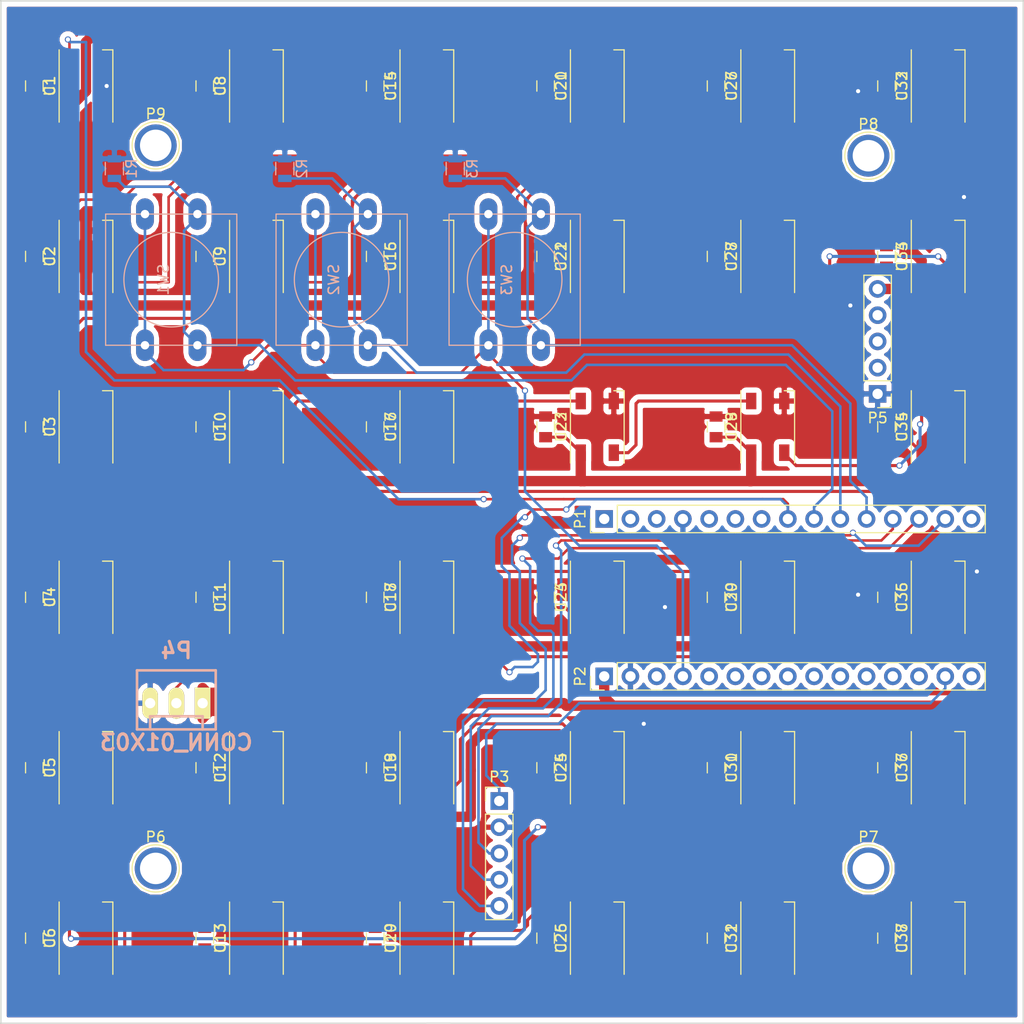
<source format=kicad_pcb>
(kicad_pcb (version 20171130) (host pcbnew "(5.1.12)-1")
  (layers (0 F.Cu signal) (31 B.Cu signal) (34 B.Paste user) (35 F.Paste user) (36 B.SilkS user) (37 F.SilkS user) (38 B.Mask user) (39 F.Mask user) (44 Edge.Cuts user))
  (net 0 "")
  (net 1 DIN)
  (net 2 GND)
  (net 3 +5V)
  (net 4 "Net-(P1-Pad1)")
  (net 5 "Net-(P1-Pad3)")
  (net 6 "Net-(P1-Pad5)")
  (net 7 "Net-(P1-Pad7)")
  (net 8 "Net-(P1-Pad9)")
  (net 9 "Net-(P1-Pad11)")
  (net 10 "Net-(P1-Pad15)")
  (net 11 "Net-(P1-Pad2)")
  (net 12 "Net-(P1-Pad6)")
  (net 13 "Net-(P1-Pad10)")
  (net 14 "Net-(P2-Pad3)")
  (net 15 "Net-(P2-Pad5)")
  (net 16 "Net-(P2-Pad9)")
  (net 17 "Net-(P2-Pad11)")
  (net 18 "Net-(P2-Pad13)")
  (net 19 "Net-(P2-Pad15)")
  (net 20 "Net-(P2-Pad6)")
  (net 21 "Net-(P2-Pad10)")
  (net 22 "Net-(P2-Pad12)")
  (net 23 "Net-(P2-Pad14)")
  (net 24 "Net-(U1-Pad2)")
  (net 25 "Net-(U2-Pad2)")
  (net 26 +5VA)
  (net 27 "Net-(U2-Pad4)")
  (net 28 "Net-(U3-Pad4)")
  (net 29 "Net-(U10-Pad4)")
  (net 30 "Net-(U34-Pad2)")
  (net 31 "Net-(U11-Pad4)")
  (net 32 "Net-(U35-Pad2)")
  (net 33 "Net-(U12-Pad4)")
  (net 34 "Net-(U36-Pad2)")
  (net 35 "Net-(U13-Pad4)")
  (net 36 "Net-(U14-Pad4)")
  (net 37 "Net-(U15-Pad4)")
  (net 38 "Net-(U10-Pad2)")
  (net 39 "Net-(U11-Pad2)")
  (net 40 "Net-(U12-Pad2)")
  (net 41 "Net-(U13-Pad2)")
  (net 42 "Net-(U14-Pad2)")
  (net 43 "Net-(U15-Pad2)")
  (net 44 "Net-(U16-Pad2)")
  (net 45 "Net-(U17-Pad2)")
  (net 46 "Net-(U18-Pad2)")
  (net 47 "Net-(U19-Pad2)")
  (net 48 "Net-(U20-Pad2)")
  (net 49 "Net-(U21-Pad2)")
  (net 50 "Net-(U22-Pad2)")
  (net 51 "Net-(U23-Pad2)")
  (net 52 "Net-(U24-Pad2)")
  (net 53 "Net-(U25-Pad2)")
  (net 54 "Net-(U26-Pad2)")
  (net 55 "Net-(U27-Pad2)")
  (net 56 "Net-(U28-Pad2)")
  (net 57 "Net-(U29-Pad2)")
  (net 58 "Net-(U30-Pad2)")
  (net 59 "Net-(U31-Pad2)")
  (net 60 "Net-(U37-Pad2)")
  (net 61 "Net-(P5-Pad2)")
  (net 62 "Net-(P5-Pad3)")
  (net 63 "Net-(P5-Pad4)")
  (net 64 CLK)
  (net 65 DAT)
  (net 66 RST)
  (net 67 "Net-(P2-Pad7)")
  (net 68 "Net-(P2-Pad8)")
  (net 69 "Net-(P6-Pad1)")
  (net 70 "Net-(P7-Pad1)")
  (net 71 "Net-(P8-Pad1)")
  (net 72 "Net-(P9-Pad1)")
  (module CON-MOLEX:MOLEX-5045-03A (layer F.Cu) (at 129 119)
    (fp_text reference P4 (at 0 -5.08) (layer B.SilkS) (effects (font (size 1.524 1.524) (thickness 0.3048)) (justify mirror)))
    (fp_text value CONN_01X03 (at 0 3.81) (layer B.SilkS) (effects (font (size 1.524 1.524) (thickness 0.3048)) (justify mirror)))
    (pad 1 thru_hole rect (at 2.54 0) (size 1.50622 3.01498) (drill 0.99822) (layers *.Cu *.Mask F.Paste F.SilkS) (net 26 +5VA))
    (pad 2 thru_hole oval (at 0 0) (size 1.50622 3.01498) (drill 0.99822) (layers *.Cu *.Mask F.Paste F.SilkS) (net 1 DIN))
    (pad 3 thru_hole oval (at -2.54 0) (size 1.50622 3.01498) (drill 0.99822) (layers *.Cu *.Mask F.Paste F.SilkS) (net 2 GND))
  )
  (module Capacitors_SMD:C_0805 (layer F.Cu) (at 115.25 59.25 270)
    (fp_text reference C1 (at 0 -1.5 270) (layer F.SilkS))
    (fp_text value C)
    (pad 1 smd rect (at -1 0 270) (size 1 1.25) (layers F.Cu F.Paste F.Mask) (net 2 GND))
    (pad 2 smd rect (at 1 0 270) (size 1 1.25) (layers F.Cu F.Paste F.Mask) (net 26 +5VA))
  )
  (module Capacitors_SMD:C_0805 (layer F.Cu) (at 115.25 75.75 270)
    (fp_text reference C2 (at 0 -1.5 270) (layer F.SilkS))
    (fp_text value C)
    (pad 1 smd rect (at -1 0 270) (size 1 1.25) (layers F.Cu F.Paste F.Mask) (net 2 GND))
    (pad 2 smd rect (at 1 0 270) (size 1 1.25) (layers F.Cu F.Paste F.Mask) (net 26 +5VA))
  )
  (module Capacitors_SMD:C_0805 (layer F.Cu) (at 115.25 92.25 270)
    (fp_text reference C3 (at 0 -1.5 270) (layer F.SilkS))
    (fp_text value C)
    (pad 1 smd rect (at -1 0 270) (size 1 1.25) (layers F.Cu F.Paste F.Mask) (net 2 GND))
    (pad 2 smd rect (at 1 0 270) (size 1 1.25) (layers F.Cu F.Paste F.Mask) (net 26 +5VA))
  )
  (module Capacitors_SMD:C_0805 (layer F.Cu) (at 115.25 108.75 270)
    (fp_text reference C4 (at 0 -1.5 270) (layer F.SilkS))
    (fp_text value C)
    (pad 1 smd rect (at -1 0 270) (size 1 1.25) (layers F.Cu F.Paste F.Mask) (net 2 GND))
    (pad 2 smd rect (at 1 0 270) (size 1 1.25) (layers F.Cu F.Paste F.Mask) (net 26 +5VA))
  )
  (module Capacitors_SMD:C_0805 (layer F.Cu) (at 115.25 125.25 270)
    (fp_text reference C5 (at 0 -1.5 270) (layer F.SilkS))
    (fp_text value C)
    (pad 1 smd rect (at -1 0 270) (size 1 1.25) (layers F.Cu F.Paste F.Mask) (net 2 GND))
    (pad 2 smd rect (at 1 0 270) (size 1 1.25) (layers F.Cu F.Paste F.Mask) (net 26 +5VA))
  )
  (module Capacitors_SMD:C_0805 (layer F.Cu) (at 115.25 141.75 270)
    (fp_text reference C6 (at 0 -1.5 270) (layer F.SilkS))
    (fp_text value C)
    (pad 1 smd rect (at -1 0 270) (size 1 1.25) (layers F.Cu F.Paste F.Mask) (net 2 GND))
    (pad 2 smd rect (at 1 0 270) (size 1 1.25) (layers F.Cu F.Paste F.Mask) (net 26 +5VA))
  )
  (module Capacitors_SMD:C_0805 (layer F.Cu) (at 131.75 59.25 270)
    (fp_text reference C8 (at 0 -1.5 270) (layer F.SilkS))
    (fp_text value C)
    (pad 1 smd rect (at -1 0 270) (size 1 1.25) (layers F.Cu F.Paste F.Mask) (net 2 GND))
    (pad 2 smd rect (at 1 0 270) (size 1 1.25) (layers F.Cu F.Paste F.Mask) (net 26 +5VA))
  )
  (module Capacitors_SMD:C_0805 (layer F.Cu) (at 131.75 75.75 270)
    (fp_text reference C9 (at 0 -1.5 270) (layer F.SilkS))
    (fp_text value C)
    (pad 1 smd rect (at -1 0 270) (size 1 1.25) (layers F.Cu F.Paste F.Mask) (net 2 GND))
    (pad 2 smd rect (at 1 0 270) (size 1 1.25) (layers F.Cu F.Paste F.Mask) (net 26 +5VA))
  )
  (module Capacitors_SMD:C_0805 (layer F.Cu) (at 131.75 92.25 270)
    (fp_text reference C10 (at 0 -1.5 270) (layer F.SilkS))
    (fp_text value C)
    (pad 1 smd rect (at -1 0 270) (size 1 1.25) (layers F.Cu F.Paste F.Mask) (net 2 GND))
    (pad 2 smd rect (at 1 0 270) (size 1 1.25) (layers F.Cu F.Paste F.Mask) (net 26 +5VA))
  )
  (module Capacitors_SMD:C_0805 (layer F.Cu) (at 131.75 108.75 270)
    (fp_text reference C11 (at 0 -1.5 270) (layer F.SilkS))
    (fp_text value C)
    (pad 1 smd rect (at -1 0 270) (size 1 1.25) (layers F.Cu F.Paste F.Mask) (net 2 GND))
    (pad 2 smd rect (at 1 0 270) (size 1 1.25) (layers F.Cu F.Paste F.Mask) (net 26 +5VA))
  )
  (module Capacitors_SMD:C_0805 (layer F.Cu) (at 131.75 125.25 270)
    (fp_text reference C12 (at 0 -1.5 270) (layer F.SilkS))
    (fp_text value C)
    (pad 1 smd rect (at -1 0 270) (size 1 1.25) (layers F.Cu F.Paste F.Mask) (net 2 GND))
    (pad 2 smd rect (at 1 0 270) (size 1 1.25) (layers F.Cu F.Paste F.Mask) (net 26 +5VA))
  )
  (module Capacitors_SMD:C_0805 (layer F.Cu) (at 131.75 141.75 270)
    (fp_text reference C13 (at 0 -1.5 270) (layer F.SilkS))
    (fp_text value C)
    (pad 1 smd rect (at -1 0 270) (size 1 1.25) (layers F.Cu F.Paste F.Mask) (net 2 GND))
    (pad 2 smd rect (at 1 0 270) (size 1 1.25) (layers F.Cu F.Paste F.Mask) (net 26 +5VA))
  )
  (module Capacitors_SMD:C_0805 (layer F.Cu) (at 148.25 59.25 270)
    (fp_text reference C15 (at 0 -1.5 270) (layer F.SilkS))
    (fp_text value C)
    (pad 1 smd rect (at -1 0 270) (size 1 1.25) (layers F.Cu F.Paste F.Mask) (net 2 GND))
    (pad 2 smd rect (at 1 0 270) (size 1 1.25) (layers F.Cu F.Paste F.Mask) (net 26 +5VA))
  )
  (module Capacitors_SMD:C_0805 (layer F.Cu) (at 148.25 75.75 270)
    (fp_text reference C16 (at 0 -1.5 270) (layer F.SilkS))
    (fp_text value C)
    (pad 1 smd rect (at -1 0 270) (size 1 1.25) (layers F.Cu F.Paste F.Mask) (net 2 GND))
    (pad 2 smd rect (at 1 0 270) (size 1 1.25) (layers F.Cu F.Paste F.Mask) (net 26 +5VA))
  )
  (module Capacitors_SMD:C_0805 (layer F.Cu) (at 148.25 92.25 270)
    (fp_text reference C17 (at 0 -1.5 270) (layer F.SilkS))
    (fp_text value C)
    (pad 1 smd rect (at -1 0 270) (size 1 1.25) (layers F.Cu F.Paste F.Mask) (net 2 GND))
    (pad 2 smd rect (at 1 0 270) (size 1 1.25) (layers F.Cu F.Paste F.Mask) (net 26 +5VA))
  )
  (module Capacitors_SMD:C_0805 (layer F.Cu) (at 148.25 108.75 270)
    (fp_text reference C18 (at 0 -1.5 270) (layer F.SilkS))
    (fp_text value C)
    (pad 1 smd rect (at -1 0 270) (size 1 1.25) (layers F.Cu F.Paste F.Mask) (net 2 GND))
    (pad 2 smd rect (at 1 0 270) (size 1 1.25) (layers F.Cu F.Paste F.Mask) (net 26 +5VA))
  )
  (module Capacitors_SMD:C_0805 (layer F.Cu) (at 148.25 125.25 270)
    (fp_text reference C19 (at 0 -1.5 270) (layer F.SilkS))
    (fp_text value C)
    (pad 1 smd rect (at -1 0 270) (size 1 1.25) (layers F.Cu F.Paste F.Mask) (net 2 GND))
    (pad 2 smd rect (at 1 0 270) (size 1 1.25) (layers F.Cu F.Paste F.Mask) (net 26 +5VA))
  )
  (module Capacitors_SMD:C_0805 (layer F.Cu) (at 148.25 141.75 270)
    (fp_text reference C20 (at 0 -1.5 270) (layer F.SilkS))
    (fp_text value C)
    (pad 1 smd rect (at -1 0 270) (size 1 1.25) (layers F.Cu F.Paste F.Mask) (net 2 GND))
    (pad 2 smd rect (at 1 0 270) (size 1 1.25) (layers F.Cu F.Paste F.Mask) (net 26 +5VA))
  )
  (module Capacitors_SMD:C_0805 (layer F.Cu) (at 164.75 59.25 270)
    (fp_text reference C21 (at 0 -1.5 270) (layer F.SilkS))
    (fp_text value C)
    (pad 1 smd rect (at -1 0 270) (size 1 1.25) (layers F.Cu F.Paste F.Mask) (net 2 GND))
    (pad 2 smd rect (at 1 0 270) (size 1 1.25) (layers F.Cu F.Paste F.Mask) (net 26 +5VA))
  )
  (module Capacitors_SMD:C_0805 (layer F.Cu) (at 164.75 75.75 270)
    (fp_text reference C22 (at 0 -1.5 270) (layer F.SilkS))
    (fp_text value C)
    (pad 1 smd rect (at -1 0 270) (size 1 1.25) (layers F.Cu F.Paste F.Mask) (net 2 GND))
    (pad 2 smd rect (at 1 0 270) (size 1 1.25) (layers F.Cu F.Paste F.Mask) (net 26 +5VA))
  )
  (module Capacitors_SMD:C_0805 (layer F.Cu) (at 164.75 92.25 270)
    (fp_text reference C23 (at 0 -1.5 270) (layer F.SilkS))
    (fp_text value C)
    (pad 1 smd rect (at -1 0 270) (size 1 1.25) (layers F.Cu F.Paste F.Mask) (net 2 GND))
    (pad 2 smd rect (at 1 0 270) (size 1 1.25) (layers F.Cu F.Paste F.Mask) (net 26 +5VA))
  )
  (module Capacitors_SMD:C_0805 (layer F.Cu) (at 164.75 108.75 270)
    (fp_text reference C24 (at 0 -1.5 270) (layer F.SilkS))
    (fp_text value C)
    (pad 1 smd rect (at -1 0 270) (size 1 1.25) (layers F.Cu F.Paste F.Mask) (net 2 GND))
    (pad 2 smd rect (at 1 0 270) (size 1 1.25) (layers F.Cu F.Paste F.Mask) (net 26 +5VA))
  )
  (module Capacitors_SMD:C_0805 (layer F.Cu) (at 164.75 125.25 270)
    (fp_text reference C25 (at 0 -1.5 270) (layer F.SilkS))
    (fp_text value C)
    (pad 1 smd rect (at -1 0 270) (size 1 1.25) (layers F.Cu F.Paste F.Mask) (net 2 GND))
    (pad 2 smd rect (at 1 0 270) (size 1 1.25) (layers F.Cu F.Paste F.Mask) (net 26 +5VA))
  )
  (module Capacitors_SMD:C_0805 (layer F.Cu) (at 164.75 141.75 270)
    (fp_text reference C26 (at 0 -1.5 270) (layer F.SilkS))
    (fp_text value C)
    (pad 1 smd rect (at -1 0 270) (size 1 1.25) (layers F.Cu F.Paste F.Mask) (net 2 GND))
    (pad 2 smd rect (at 1 0 270) (size 1 1.25) (layers F.Cu F.Paste F.Mask) (net 26 +5VA))
  )
  (module Capacitors_SMD:C_0805 (layer F.Cu) (at 181.25 59.25 270)
    (fp_text reference C27 (at 0 -1.5 270) (layer F.SilkS))
    (fp_text value C)
    (pad 1 smd rect (at -1 0 270) (size 1 1.25) (layers F.Cu F.Paste F.Mask) (net 2 GND))
    (pad 2 smd rect (at 1 0 270) (size 1 1.25) (layers F.Cu F.Paste F.Mask) (net 26 +5VA))
  )
  (module Capacitors_SMD:C_0805 (layer F.Cu) (at 181.25 75.75 270)
    (fp_text reference C28 (at 0 -1.5 270) (layer F.SilkS))
    (fp_text value C)
    (pad 1 smd rect (at -1 0 270) (size 1 1.25) (layers F.Cu F.Paste F.Mask) (net 2 GND))
    (pad 2 smd rect (at 1 0 270) (size 1 1.25) (layers F.Cu F.Paste F.Mask) (net 26 +5VA))
  )
  (module Capacitors_SMD:C_0805 (layer F.Cu) (at 181.25 92.25 270)
    (fp_text reference C29 (at 0 -1.5 270) (layer F.SilkS))
    (fp_text value C)
    (pad 1 smd rect (at -1 0 270) (size 1 1.25) (layers F.Cu F.Paste F.Mask) (net 2 GND))
    (pad 2 smd rect (at 1 0 270) (size 1 1.25) (layers F.Cu F.Paste F.Mask) (net 26 +5VA))
  )
  (module Capacitors_SMD:C_0805 (layer F.Cu) (at 181.25 108.75 270)
    (fp_text reference C30 (at 0 -1.5 270) (layer F.SilkS))
    (fp_text value C)
    (pad 1 smd rect (at -1 0 270) (size 1 1.25) (layers F.Cu F.Paste F.Mask) (net 2 GND))
    (pad 2 smd rect (at 1 0 270) (size 1 1.25) (layers F.Cu F.Paste F.Mask) (net 26 +5VA))
  )
  (module Capacitors_SMD:C_0805 (layer F.Cu) (at 181.25 125.25 270)
    (fp_text reference C31 (at 0 -1.5 270) (layer F.SilkS))
    (fp_text value C)
    (pad 1 smd rect (at -1 0 270) (size 1 1.25) (layers F.Cu F.Paste F.Mask) (net 2 GND))
    (pad 2 smd rect (at 1 0 270) (size 1 1.25) (layers F.Cu F.Paste F.Mask) (net 26 +5VA))
  )
  (module Capacitors_SMD:C_0805 (layer F.Cu) (at 181.25 141.75 270)
    (fp_text reference C32 (at 0 -1.5 270) (layer F.SilkS))
    (fp_text value C)
    (pad 1 smd rect (at -1 0 270) (size 1 1.25) (layers F.Cu F.Paste F.Mask) (net 2 GND))
    (pad 2 smd rect (at 1 0 270) (size 1 1.25) (layers F.Cu F.Paste F.Mask) (net 26 +5VA))
  )
  (module Capacitors_SMD:C_0805 (layer F.Cu) (at 197.75 59.25 270)
    (fp_text reference C33 (at 0 -1.5 270) (layer F.SilkS))
    (fp_text value C)
    (pad 1 smd rect (at -1 0 270) (size 1 1.25) (layers F.Cu F.Paste F.Mask) (net 2 GND))
    (pad 2 smd rect (at 1 0 270) (size 1 1.25) (layers F.Cu F.Paste F.Mask) (net 26 +5VA))
  )
  (module Capacitors_SMD:C_0805 (layer F.Cu) (at 197.75 75.75 270)
    (fp_text reference C34 (at 0 -1.5 270) (layer F.SilkS))
    (fp_text value C)
    (pad 1 smd rect (at -1 0 270) (size 1 1.25) (layers F.Cu F.Paste F.Mask) (net 2 GND))
    (pad 2 smd rect (at 1 0 270) (size 1 1.25) (layers F.Cu F.Paste F.Mask) (net 26 +5VA))
  )
  (module Capacitors_SMD:C_0805 (layer F.Cu) (at 197.75 92.25 270)
    (fp_text reference C35 (at 0 -1.5 270) (layer F.SilkS))
    (fp_text value C)
    (pad 1 smd rect (at -1 0 270) (size 1 1.25) (layers F.Cu F.Paste F.Mask) (net 2 GND))
    (pad 2 smd rect (at 1 0 270) (size 1 1.25) (layers F.Cu F.Paste F.Mask) (net 26 +5VA))
  )
  (module Capacitors_SMD:C_0805 (layer F.Cu) (at 197.75 108.75 270)
    (fp_text reference C36 (at 0 -1.5 270) (layer F.SilkS))
    (fp_text value C)
    (pad 1 smd rect (at -1 0 270) (size 1 1.25) (layers F.Cu F.Paste F.Mask) (net 2 GND))
    (pad 2 smd rect (at 1 0 270) (size 1 1.25) (layers F.Cu F.Paste F.Mask) (net 26 +5VA))
  )
  (module Capacitors_SMD:C_0805 (layer F.Cu) (at 197.75 125.25 270)
    (fp_text reference C37 (at 0 -1.5 270) (layer F.SilkS))
    (fp_text value C)
    (pad 1 smd rect (at -1 0 270) (size 1 1.25) (layers F.Cu F.Paste F.Mask) (net 2 GND))
    (pad 2 smd rect (at 1 0 270) (size 1 1.25) (layers F.Cu F.Paste F.Mask) (net 26 +5VA))
  )
  (module Capacitors_SMD:C_0805 (layer F.Cu) (at 197.75 141.75 270)
    (fp_text reference C38 (at 0 -1.5 270) (layer F.SilkS))
    (fp_text value C)
    (pad 1 smd rect (at -1 0 270) (size 1 1.25) (layers F.Cu F.Paste F.Mask) (net 2 GND))
    (pad 2 smd rect (at 1 0 270) (size 1 1.25) (layers F.Cu F.Paste F.Mask) (net 26 +5VA))
  )
  (module LEDs:LED_WS2812B-PLCC4 (layer F.Cu) (at 120.25 59.25 90)
    (fp_text reference U1 (at 0 -3.5 90) (layer F.SilkS))
    (fp_text value WS2812B)
    (pad 3 smd rect (at 2.5 1.6 90) (size 1.6 1) (layers F.Cu F.Paste F.Mask) (net 2 GND))
    (pad 4 smd rect (at 2.5 -1.6 90) (size 1.6 1) (layers F.Cu F.Paste F.Mask) (net 1 DIN))
    (pad 2 smd rect (at -2.5 1.6 90) (size 1.6 1) (layers F.Cu F.Paste F.Mask) (net 24 "Net-(U1-Pad2)"))
    (pad 1 smd rect (at -2.5 -1.6 90) (size 1.6 1) (layers F.Cu F.Paste F.Mask) (net 26 +5VA))
  )
  (module LEDs:LED_WS2812B-PLCC4 (layer F.Cu) (at 120.25 75.75 90)
    (fp_text reference U2 (at 0 -3.5 90) (layer F.SilkS))
    (fp_text value WS2812B)
    (pad 3 smd rect (at 2.5 1.6 90) (size 1.6 1) (layers F.Cu F.Paste F.Mask) (net 2 GND))
    (pad 4 smd rect (at 2.5 -1.6 90) (size 1.6 1) (layers F.Cu F.Paste F.Mask) (net 27 "Net-(U2-Pad4)"))
    (pad 2 smd rect (at -2.5 1.6 90) (size 1.6 1) (layers F.Cu F.Paste F.Mask) (net 25 "Net-(U2-Pad2)"))
    (pad 1 smd rect (at -2.5 -1.6 90) (size 1.6 1) (layers F.Cu F.Paste F.Mask) (net 26 +5VA))
  )
  (module LEDs:LED_WS2812B-PLCC4 (layer F.Cu) (at 120.25 92.25 90)
    (fp_text reference U3 (at 0 -3.5 90) (layer F.SilkS))
    (fp_text value WS2812B)
    (pad 3 smd rect (at 2.5 1.6 90) (size 1.6 1) (layers F.Cu F.Paste F.Mask) (net 2 GND))
    (pad 4 smd rect (at 2.5 -1.6 90) (size 1.6 1) (layers F.Cu F.Paste F.Mask) (net 28 "Net-(U3-Pad4)"))
    (pad 2 smd rect (at -2.5 1.6 90) (size 1.6 1) (layers F.Cu F.Paste F.Mask) (net 29 "Net-(U10-Pad4)"))
    (pad 1 smd rect (at -2.5 -1.6 90) (size 1.6 1) (layers F.Cu F.Paste F.Mask) (net 26 +5VA))
  )
  (module LEDs:LED_WS2812B-PLCC4 (layer F.Cu) (at 120.25 108.75 90)
    (fp_text reference U4 (at 0 -3.5 90) (layer F.SilkS))
    (fp_text value WS2812B)
    (pad 3 smd rect (at 2.5 1.6 90) (size 1.6 1) (layers F.Cu F.Paste F.Mask) (net 2 GND))
    (pad 4 smd rect (at 2.5 -1.6 90) (size 1.6 1) (layers F.Cu F.Paste F.Mask) (net 30 "Net-(U34-Pad2)"))
    (pad 2 smd rect (at -2.5 1.6 90) (size 1.6 1) (layers F.Cu F.Paste F.Mask) (net 31 "Net-(U11-Pad4)"))
    (pad 1 smd rect (at -2.5 -1.6 90) (size 1.6 1) (layers F.Cu F.Paste F.Mask) (net 26 +5VA))
  )
  (module LEDs:LED_WS2812B-PLCC4 (layer F.Cu) (at 120.25 125.25 90)
    (fp_text reference U5 (at 0 -3.5 90) (layer F.SilkS))
    (fp_text value WS2812B)
    (pad 3 smd rect (at 2.5 1.6 90) (size 1.6 1) (layers F.Cu F.Paste F.Mask) (net 2 GND))
    (pad 4 smd rect (at 2.5 -1.6 90) (size 1.6 1) (layers F.Cu F.Paste F.Mask) (net 32 "Net-(U35-Pad2)"))
    (pad 2 smd rect (at -2.5 1.6 90) (size 1.6 1) (layers F.Cu F.Paste F.Mask) (net 33 "Net-(U12-Pad4)"))
    (pad 1 smd rect (at -2.5 -1.6 90) (size 1.6 1) (layers F.Cu F.Paste F.Mask) (net 26 +5VA))
  )
  (module LEDs:LED_WS2812B-PLCC4 (layer F.Cu) (at 120.25 141.75 90)
    (fp_text reference U6 (at 0 -3.5 90) (layer F.SilkS))
    (fp_text value WS2812B)
    (pad 3 smd rect (at 2.5 1.6 90) (size 1.6 1) (layers F.Cu F.Paste F.Mask) (net 2 GND))
    (pad 4 smd rect (at 2.5 -1.6 90) (size 1.6 1) (layers F.Cu F.Paste F.Mask) (net 34 "Net-(U36-Pad2)"))
    (pad 2 smd rect (at -2.5 1.6 90) (size 1.6 1) (layers F.Cu F.Paste F.Mask) (net 35 "Net-(U13-Pad4)"))
    (pad 1 smd rect (at -2.5 -1.6 90) (size 1.6 1) (layers F.Cu F.Paste F.Mask) (net 26 +5VA))
  )
  (module LEDs:LED_WS2812B-PLCC4 (layer F.Cu) (at 136.75 59.25 90)
    (fp_text reference U8 (at 0 -3.5 90) (layer F.SilkS))
    (fp_text value WS2812B)
    (pad 3 smd rect (at 2.5 1.6 90) (size 1.6 1) (layers F.Cu F.Paste F.Mask) (net 2 GND))
    (pad 4 smd rect (at 2.5 -1.6 90) (size 1.6 1) (layers F.Cu F.Paste F.Mask) (net 24 "Net-(U1-Pad2)"))
    (pad 2 smd rect (at -2.5 1.6 90) (size 1.6 1) (layers F.Cu F.Paste F.Mask) (net 36 "Net-(U14-Pad4)"))
    (pad 1 smd rect (at -2.5 -1.6 90) (size 1.6 1) (layers F.Cu F.Paste F.Mask) (net 26 +5VA))
  )
  (module LEDs:LED_WS2812B-PLCC4 (layer F.Cu) (at 136.75 75.75 90)
    (fp_text reference U9 (at 0 -3.5 90) (layer F.SilkS))
    (fp_text value WS2812B)
    (pad 3 smd rect (at 2.5 1.6 90) (size 1.6 1) (layers F.Cu F.Paste F.Mask) (net 2 GND))
    (pad 4 smd rect (at 2.5 -1.6 90) (size 1.6 1) (layers F.Cu F.Paste F.Mask) (net 25 "Net-(U2-Pad2)"))
    (pad 2 smd rect (at -2.5 1.6 90) (size 1.6 1) (layers F.Cu F.Paste F.Mask) (net 37 "Net-(U15-Pad4)"))
    (pad 1 smd rect (at -2.5 -1.6 90) (size 1.6 1) (layers F.Cu F.Paste F.Mask) (net 26 +5VA))
  )
  (module LEDs:LED_WS2812B-PLCC4 (layer F.Cu) (at 136.75 92.25 90)
    (fp_text reference U10 (at 0 -3.5 90) (layer F.SilkS))
    (fp_text value WS2812B)
    (pad 3 smd rect (at 2.5 1.6 90) (size 1.6 1) (layers F.Cu F.Paste F.Mask) (net 2 GND))
    (pad 4 smd rect (at 2.5 -1.6 90) (size 1.6 1) (layers F.Cu F.Paste F.Mask) (net 29 "Net-(U10-Pad4)"))
    (pad 2 smd rect (at -2.5 1.6 90) (size 1.6 1) (layers F.Cu F.Paste F.Mask) (net 38 "Net-(U10-Pad2)"))
    (pad 1 smd rect (at -2.5 -1.6 90) (size 1.6 1) (layers F.Cu F.Paste F.Mask) (net 26 +5VA))
  )
  (module LEDs:LED_WS2812B-PLCC4 (layer F.Cu) (at 136.75 108.75 90)
    (fp_text reference U11 (at 0 -3.5 90) (layer F.SilkS))
    (fp_text value WS2812B)
    (pad 3 smd rect (at 2.5 1.6 90) (size 1.6 1) (layers F.Cu F.Paste F.Mask) (net 2 GND))
    (pad 4 smd rect (at 2.5 -1.6 90) (size 1.6 1) (layers F.Cu F.Paste F.Mask) (net 31 "Net-(U11-Pad4)"))
    (pad 2 smd rect (at -2.5 1.6 90) (size 1.6 1) (layers F.Cu F.Paste F.Mask) (net 39 "Net-(U11-Pad2)"))
    (pad 1 smd rect (at -2.5 -1.6 90) (size 1.6 1) (layers F.Cu F.Paste F.Mask) (net 26 +5VA))
  )
  (module LEDs:LED_WS2812B-PLCC4 (layer F.Cu) (at 136.75 125.25 90)
    (fp_text reference U12 (at 0 -3.5 90) (layer F.SilkS))
    (fp_text value WS2812B)
    (pad 3 smd rect (at 2.5 1.6 90) (size 1.6 1) (layers F.Cu F.Paste F.Mask) (net 2 GND))
    (pad 4 smd rect (at 2.5 -1.6 90) (size 1.6 1) (layers F.Cu F.Paste F.Mask) (net 33 "Net-(U12-Pad4)"))
    (pad 2 smd rect (at -2.5 1.6 90) (size 1.6 1) (layers F.Cu F.Paste F.Mask) (net 40 "Net-(U12-Pad2)"))
    (pad 1 smd rect (at -2.5 -1.6 90) (size 1.6 1) (layers F.Cu F.Paste F.Mask) (net 26 +5VA))
  )
  (module LEDs:LED_WS2812B-PLCC4 (layer F.Cu) (at 136.75 141.75 90)
    (fp_text reference U13 (at 0 -3.5 90) (layer F.SilkS))
    (fp_text value WS2812B)
    (pad 3 smd rect (at 2.5 1.6 90) (size 1.6 1) (layers F.Cu F.Paste F.Mask) (net 2 GND))
    (pad 4 smd rect (at 2.5 -1.6 90) (size 1.6 1) (layers F.Cu F.Paste F.Mask) (net 35 "Net-(U13-Pad4)"))
    (pad 2 smd rect (at -2.5 1.6 90) (size 1.6 1) (layers F.Cu F.Paste F.Mask) (net 41 "Net-(U13-Pad2)"))
    (pad 1 smd rect (at -2.5 -1.6 90) (size 1.6 1) (layers F.Cu F.Paste F.Mask) (net 26 +5VA))
  )
  (module LEDs:LED_WS2812B-PLCC4 (layer F.Cu) (at 153.25 59.25 90)
    (fp_text reference U14 (at 0 -3.5 90) (layer F.SilkS))
    (fp_text value WS2812B)
    (pad 3 smd rect (at 2.5 1.6 90) (size 1.6 1) (layers F.Cu F.Paste F.Mask) (net 2 GND))
    (pad 4 smd rect (at 2.5 -1.6 90) (size 1.6 1) (layers F.Cu F.Paste F.Mask) (net 36 "Net-(U14-Pad4)"))
    (pad 2 smd rect (at -2.5 1.6 90) (size 1.6 1) (layers F.Cu F.Paste F.Mask) (net 42 "Net-(U14-Pad2)"))
    (pad 1 smd rect (at -2.5 -1.6 90) (size 1.6 1) (layers F.Cu F.Paste F.Mask) (net 26 +5VA))
  )
  (module LEDs:LED_WS2812B-PLCC4 (layer F.Cu) (at 153.25 75.75 90)
    (fp_text reference U15 (at 0 -3.5 90) (layer F.SilkS))
    (fp_text value WS2812B)
    (pad 3 smd rect (at 2.5 1.6 90) (size 1.6 1) (layers F.Cu F.Paste F.Mask) (net 2 GND))
    (pad 4 smd rect (at 2.5 -1.6 90) (size 1.6 1) (layers F.Cu F.Paste F.Mask) (net 37 "Net-(U15-Pad4)"))
    (pad 2 smd rect (at -2.5 1.6 90) (size 1.6 1) (layers F.Cu F.Paste F.Mask) (net 43 "Net-(U15-Pad2)"))
    (pad 1 smd rect (at -2.5 -1.6 90) (size 1.6 1) (layers F.Cu F.Paste F.Mask) (net 26 +5VA))
  )
  (module LEDs:LED_WS2812B-PLCC4 (layer F.Cu) (at 153.25 92.25 90)
    (fp_text reference U16 (at 0 -3.5 90) (layer F.SilkS))
    (fp_text value WS2812B)
    (pad 3 smd rect (at 2.5 1.6 90) (size 1.6 1) (layers F.Cu F.Paste F.Mask) (net 2 GND))
    (pad 4 smd rect (at 2.5 -1.6 90) (size 1.6 1) (layers F.Cu F.Paste F.Mask) (net 38 "Net-(U10-Pad2)"))
    (pad 2 smd rect (at -2.5 1.6 90) (size 1.6 1) (layers F.Cu F.Paste F.Mask) (net 44 "Net-(U16-Pad2)"))
    (pad 1 smd rect (at -2.5 -1.6 90) (size 1.6 1) (layers F.Cu F.Paste F.Mask) (net 26 +5VA))
  )
  (module LEDs:LED_WS2812B-PLCC4 (layer F.Cu) (at 153.25 108.75 90)
    (fp_text reference U17 (at 0 -3.5 90) (layer F.SilkS))
    (fp_text value WS2812B)
    (pad 3 smd rect (at 2.5 1.6 90) (size 1.6 1) (layers F.Cu F.Paste F.Mask) (net 2 GND))
    (pad 4 smd rect (at 2.5 -1.6 90) (size 1.6 1) (layers F.Cu F.Paste F.Mask) (net 39 "Net-(U11-Pad2)"))
    (pad 2 smd rect (at -2.5 1.6 90) (size 1.6 1) (layers F.Cu F.Paste F.Mask) (net 45 "Net-(U17-Pad2)"))
    (pad 1 smd rect (at -2.5 -1.6 90) (size 1.6 1) (layers F.Cu F.Paste F.Mask) (net 26 +5VA))
  )
  (module LEDs:LED_WS2812B-PLCC4 (layer F.Cu) (at 153.25 125.25 90)
    (fp_text reference U18 (at 0 -3.5 90) (layer F.SilkS))
    (fp_text value WS2812B)
    (pad 3 smd rect (at 2.5 1.6 90) (size 1.6 1) (layers F.Cu F.Paste F.Mask) (net 2 GND))
    (pad 4 smd rect (at 2.5 -1.6 90) (size 1.6 1) (layers F.Cu F.Paste F.Mask) (net 40 "Net-(U12-Pad2)"))
    (pad 2 smd rect (at -2.5 1.6 90) (size 1.6 1) (layers F.Cu F.Paste F.Mask) (net 46 "Net-(U18-Pad2)"))
    (pad 1 smd rect (at -2.5 -1.6 90) (size 1.6 1) (layers F.Cu F.Paste F.Mask) (net 26 +5VA))
  )
  (module LEDs:LED_WS2812B-PLCC4 (layer F.Cu) (at 153.25 141.75 90)
    (fp_text reference U19 (at 0 -3.5 90) (layer F.SilkS))
    (fp_text value WS2812B)
    (pad 3 smd rect (at 2.5 1.6 90) (size 1.6 1) (layers F.Cu F.Paste F.Mask) (net 2 GND))
    (pad 4 smd rect (at 2.5 -1.6 90) (size 1.6 1) (layers F.Cu F.Paste F.Mask) (net 41 "Net-(U13-Pad2)"))
    (pad 2 smd rect (at -2.5 1.6 90) (size 1.6 1) (layers F.Cu F.Paste F.Mask) (net 47 "Net-(U19-Pad2)"))
    (pad 1 smd rect (at -2.5 -1.6 90) (size 1.6 1) (layers F.Cu F.Paste F.Mask) (net 26 +5VA))
  )
  (module LEDs:LED_WS2812B-PLCC4 (layer F.Cu) (at 169.75 59.25 90)
    (fp_text reference U20 (at 0 -3.5 90) (layer F.SilkS))
    (fp_text value WS2812B)
    (pad 3 smd rect (at 2.5 1.6 90) (size 1.6 1) (layers F.Cu F.Paste F.Mask) (net 2 GND))
    (pad 4 smd rect (at 2.5 -1.6 90) (size 1.6 1) (layers F.Cu F.Paste F.Mask) (net 42 "Net-(U14-Pad2)"))
    (pad 2 smd rect (at -2.5 1.6 90) (size 1.6 1) (layers F.Cu F.Paste F.Mask) (net 48 "Net-(U20-Pad2)"))
    (pad 1 smd rect (at -2.5 -1.6 90) (size 1.6 1) (layers F.Cu F.Paste F.Mask) (net 26 +5VA))
  )
  (module LEDs:LED_WS2812B-PLCC4 (layer F.Cu) (at 169.75 75.75 90)
    (fp_text reference U21 (at 0 -3.5 90) (layer F.SilkS))
    (fp_text value WS2812B)
    (pad 3 smd rect (at 2.5 1.6 90) (size 1.6 1) (layers F.Cu F.Paste F.Mask) (net 2 GND))
    (pad 4 smd rect (at 2.5 -1.6 90) (size 1.6 1) (layers F.Cu F.Paste F.Mask) (net 43 "Net-(U15-Pad2)"))
    (pad 2 smd rect (at -2.5 1.6 90) (size 1.6 1) (layers F.Cu F.Paste F.Mask) (net 49 "Net-(U21-Pad2)"))
    (pad 1 smd rect (at -2.5 -1.6 90) (size 1.6 1) (layers F.Cu F.Paste F.Mask) (net 26 +5VA))
  )
  (module LEDs:LED_WS2812B-PLCC4 (layer F.Cu) (at 169.75 92.25 90)
    (fp_text reference U22 (at 0 -3.5 90) (layer F.SilkS))
    (fp_text value WS2812B)
    (pad 3 smd rect (at 2.5 1.6 90) (size 1.6 1) (layers F.Cu F.Paste F.Mask) (net 2 GND))
    (pad 4 smd rect (at 2.5 -1.6 90) (size 1.6 1) (layers F.Cu F.Paste F.Mask) (net 44 "Net-(U16-Pad2)"))
    (pad 2 smd rect (at -2.5 1.6 90) (size 1.6 1) (layers F.Cu F.Paste F.Mask) (net 50 "Net-(U22-Pad2)"))
    (pad 1 smd rect (at -2.5 -1.6 90) (size 1.6 1) (layers F.Cu F.Paste F.Mask) (net 26 +5VA))
  )
  (module LEDs:LED_WS2812B-PLCC4 (layer F.Cu) (at 169.75 108.75 90)
    (fp_text reference U23 (at 0 -3.5 90) (layer F.SilkS))
    (fp_text value WS2812B)
    (pad 3 smd rect (at 2.5 1.6 90) (size 1.6 1) (layers F.Cu F.Paste F.Mask) (net 2 GND))
    (pad 4 smd rect (at 2.5 -1.6 90) (size 1.6 1) (layers F.Cu F.Paste F.Mask) (net 45 "Net-(U17-Pad2)"))
    (pad 2 smd rect (at -2.5 1.6 90) (size 1.6 1) (layers F.Cu F.Paste F.Mask) (net 51 "Net-(U23-Pad2)"))
    (pad 1 smd rect (at -2.5 -1.6 90) (size 1.6 1) (layers F.Cu F.Paste F.Mask) (net 26 +5VA))
  )
  (module LEDs:LED_WS2812B-PLCC4 (layer F.Cu) (at 169.75 125.25 90)
    (fp_text reference U24 (at 0 -3.5 90) (layer F.SilkS))
    (fp_text value WS2812B)
    (pad 3 smd rect (at 2.5 1.6 90) (size 1.6 1) (layers F.Cu F.Paste F.Mask) (net 2 GND))
    (pad 4 smd rect (at 2.5 -1.6 90) (size 1.6 1) (layers F.Cu F.Paste F.Mask) (net 46 "Net-(U18-Pad2)"))
    (pad 2 smd rect (at -2.5 1.6 90) (size 1.6 1) (layers F.Cu F.Paste F.Mask) (net 52 "Net-(U24-Pad2)"))
    (pad 1 smd rect (at -2.5 -1.6 90) (size 1.6 1) (layers F.Cu F.Paste F.Mask) (net 26 +5VA))
  )
  (module LEDs:LED_WS2812B-PLCC4 (layer F.Cu) (at 169.75 141.75 90)
    (fp_text reference U25 (at 0 -3.5 90) (layer F.SilkS))
    (fp_text value WS2812B)
    (pad 3 smd rect (at 2.5 1.6 90) (size 1.6 1) (layers F.Cu F.Paste F.Mask) (net 2 GND))
    (pad 4 smd rect (at 2.5 -1.6 90) (size 1.6 1) (layers F.Cu F.Paste F.Mask) (net 47 "Net-(U19-Pad2)"))
    (pad 2 smd rect (at -2.5 1.6 90) (size 1.6 1) (layers F.Cu F.Paste F.Mask) (net 53 "Net-(U25-Pad2)"))
    (pad 1 smd rect (at -2.5 -1.6 90) (size 1.6 1) (layers F.Cu F.Paste F.Mask) (net 26 +5VA))
  )
  (module LEDs:LED_WS2812B-PLCC4 (layer F.Cu) (at 186.25 59.25 90)
    (fp_text reference U26 (at 0 -3.5 90) (layer F.SilkS))
    (fp_text value WS2812B)
    (pad 3 smd rect (at 2.5 1.6 90) (size 1.6 1) (layers F.Cu F.Paste F.Mask) (net 2 GND))
    (pad 4 smd rect (at 2.5 -1.6 90) (size 1.6 1) (layers F.Cu F.Paste F.Mask) (net 48 "Net-(U20-Pad2)"))
    (pad 2 smd rect (at -2.5 1.6 90) (size 1.6 1) (layers F.Cu F.Paste F.Mask) (net 54 "Net-(U26-Pad2)"))
    (pad 1 smd rect (at -2.5 -1.6 90) (size 1.6 1) (layers F.Cu F.Paste F.Mask) (net 26 +5VA))
  )
  (module LEDs:LED_WS2812B-PLCC4 (layer F.Cu) (at 186.25 75.75 90)
    (fp_text reference U27 (at 0 -3.5 90) (layer F.SilkS))
    (fp_text value WS2812B)
    (pad 3 smd rect (at 2.5 1.6 90) (size 1.6 1) (layers F.Cu F.Paste F.Mask) (net 2 GND))
    (pad 4 smd rect (at 2.5 -1.6 90) (size 1.6 1) (layers F.Cu F.Paste F.Mask) (net 49 "Net-(U21-Pad2)"))
    (pad 2 smd rect (at -2.5 1.6 90) (size 1.6 1) (layers F.Cu F.Paste F.Mask) (net 55 "Net-(U27-Pad2)"))
    (pad 1 smd rect (at -2.5 -1.6 90) (size 1.6 1) (layers F.Cu F.Paste F.Mask) (net 26 +5VA))
  )
  (module LEDs:LED_WS2812B-PLCC4 (layer F.Cu) (at 186.25 92.25 90)
    (fp_text reference U28 (at 0 -3.5 90) (layer F.SilkS))
    (fp_text value WS2812B)
    (pad 3 smd rect (at 2.5 1.6 90) (size 1.6 1) (layers F.Cu F.Paste F.Mask) (net 2 GND))
    (pad 4 smd rect (at 2.5 -1.6 90) (size 1.6 1) (layers F.Cu F.Paste F.Mask) (net 50 "Net-(U22-Pad2)"))
    (pad 2 smd rect (at -2.5 1.6 90) (size 1.6 1) (layers F.Cu F.Paste F.Mask) (net 56 "Net-(U28-Pad2)"))
    (pad 1 smd rect (at -2.5 -1.6 90) (size 1.6 1) (layers F.Cu F.Paste F.Mask) (net 26 +5VA))
  )
  (module LEDs:LED_WS2812B-PLCC4 (layer F.Cu) (at 186.25 108.75 90)
    (fp_text reference U29 (at 0 -3.5 90) (layer F.SilkS))
    (fp_text value WS2812B)
    (pad 3 smd rect (at 2.5 1.6 90) (size 1.6 1) (layers F.Cu F.Paste F.Mask) (net 2 GND))
    (pad 4 smd rect (at 2.5 -1.6 90) (size 1.6 1) (layers F.Cu F.Paste F.Mask) (net 51 "Net-(U23-Pad2)"))
    (pad 2 smd rect (at -2.5 1.6 90) (size 1.6 1) (layers F.Cu F.Paste F.Mask) (net 57 "Net-(U29-Pad2)"))
    (pad 1 smd rect (at -2.5 -1.6 90) (size 1.6 1) (layers F.Cu F.Paste F.Mask) (net 26 +5VA))
  )
  (module LEDs:LED_WS2812B-PLCC4 (layer F.Cu) (at 186.25 125.25 90)
    (fp_text reference U30 (at 0 -3.5 90) (layer F.SilkS))
    (fp_text value WS2812B)
    (pad 3 smd rect (at 2.5 1.6 90) (size 1.6 1) (layers F.Cu F.Paste F.Mask) (net 2 GND))
    (pad 4 smd rect (at 2.5 -1.6 90) (size 1.6 1) (layers F.Cu F.Paste F.Mask) (net 52 "Net-(U24-Pad2)"))
    (pad 2 smd rect (at -2.5 1.6 90) (size 1.6 1) (layers F.Cu F.Paste F.Mask) (net 58 "Net-(U30-Pad2)"))
    (pad 1 smd rect (at -2.5 -1.6 90) (size 1.6 1) (layers F.Cu F.Paste F.Mask) (net 26 +5VA))
  )
  (module LEDs:LED_WS2812B-PLCC4 (layer F.Cu) (at 186.25 141.75 90)
    (fp_text reference U31 (at 0 -3.5 90) (layer F.SilkS))
    (fp_text value WS2812B)
    (pad 3 smd rect (at 2.5 1.6 90) (size 1.6 1) (layers F.Cu F.Paste F.Mask) (net 2 GND))
    (pad 4 smd rect (at 2.5 -1.6 90) (size 1.6 1) (layers F.Cu F.Paste F.Mask) (net 53 "Net-(U25-Pad2)"))
    (pad 2 smd rect (at -2.5 1.6 90) (size 1.6 1) (layers F.Cu F.Paste F.Mask) (net 59 "Net-(U31-Pad2)"))
    (pad 1 smd rect (at -2.5 -1.6 90) (size 1.6 1) (layers F.Cu F.Paste F.Mask) (net 26 +5VA))
  )
  (module LEDs:LED_WS2812B-PLCC4 (layer F.Cu) (at 202.75 59.25 90)
    (fp_text reference U32 (at 0 -3.5 90) (layer F.SilkS))
    (fp_text value WS2812B)
    (pad 3 smd rect (at 2.5 1.6 90) (size 1.6 1) (layers F.Cu F.Paste F.Mask) (net 2 GND))
    (pad 4 smd rect (at 2.5 -1.6 90) (size 1.6 1) (layers F.Cu F.Paste F.Mask) (net 54 "Net-(U26-Pad2)"))
    (pad 2 smd rect (at -2.5 1.6 90) (size 1.6 1) (layers F.Cu F.Paste F.Mask) (net 27 "Net-(U2-Pad4)"))
    (pad 1 smd rect (at -2.5 -1.6 90) (size 1.6 1) (layers F.Cu F.Paste F.Mask) (net 26 +5VA))
  )
  (module LEDs:LED_WS2812B-PLCC4 (layer F.Cu) (at 202.75 75.75 90)
    (fp_text reference U33 (at 0 -3.5 90) (layer F.SilkS))
    (fp_text value WS2812B)
    (pad 3 smd rect (at 2.5 1.6 90) (size 1.6 1) (layers F.Cu F.Paste F.Mask) (net 2 GND))
    (pad 4 smd rect (at 2.5 -1.6 90) (size 1.6 1) (layers F.Cu F.Paste F.Mask) (net 55 "Net-(U27-Pad2)"))
    (pad 2 smd rect (at -2.5 1.6 90) (size 1.6 1) (layers F.Cu F.Paste F.Mask) (net 28 "Net-(U3-Pad4)"))
    (pad 1 smd rect (at -2.5 -1.6 90) (size 1.6 1) (layers F.Cu F.Paste F.Mask) (net 26 +5VA))
  )
  (module LEDs:LED_WS2812B-PLCC4 (layer F.Cu) (at 202.75 92.25 90)
    (fp_text reference U34 (at 0 -3.5 90) (layer F.SilkS))
    (fp_text value WS2812B)
    (pad 3 smd rect (at 2.5 1.6 90) (size 1.6 1) (layers F.Cu F.Paste F.Mask) (net 2 GND))
    (pad 4 smd rect (at 2.5 -1.6 90) (size 1.6 1) (layers F.Cu F.Paste F.Mask) (net 56 "Net-(U28-Pad2)"))
    (pad 2 smd rect (at -2.5 1.6 90) (size 1.6 1) (layers F.Cu F.Paste F.Mask) (net 30 "Net-(U34-Pad2)"))
    (pad 1 smd rect (at -2.5 -1.6 90) (size 1.6 1) (layers F.Cu F.Paste F.Mask) (net 26 +5VA))
  )
  (module LEDs:LED_WS2812B-PLCC4 (layer F.Cu) (at 202.75 108.75 90)
    (fp_text reference U35 (at 0 -3.5 90) (layer F.SilkS))
    (fp_text value WS2812B)
    (pad 3 smd rect (at 2.5 1.6 90) (size 1.6 1) (layers F.Cu F.Paste F.Mask) (net 2 GND))
    (pad 4 smd rect (at 2.5 -1.6 90) (size 1.6 1) (layers F.Cu F.Paste F.Mask) (net 57 "Net-(U29-Pad2)"))
    (pad 2 smd rect (at -2.5 1.6 90) (size 1.6 1) (layers F.Cu F.Paste F.Mask) (net 32 "Net-(U35-Pad2)"))
    (pad 1 smd rect (at -2.5 -1.6 90) (size 1.6 1) (layers F.Cu F.Paste F.Mask) (net 26 +5VA))
  )
  (module LEDs:LED_WS2812B-PLCC4 (layer F.Cu) (at 202.75 125.25 90)
    (fp_text reference U36 (at 0 -3.5 90) (layer F.SilkS))
    (fp_text value WS2812B)
    (pad 3 smd rect (at 2.5 1.6 90) (size 1.6 1) (layers F.Cu F.Paste F.Mask) (net 2 GND))
    (pad 4 smd rect (at 2.5 -1.6 90) (size 1.6 1) (layers F.Cu F.Paste F.Mask) (net 58 "Net-(U30-Pad2)"))
    (pad 2 smd rect (at -2.5 1.6 90) (size 1.6 1) (layers F.Cu F.Paste F.Mask) (net 34 "Net-(U36-Pad2)"))
    (pad 1 smd rect (at -2.5 -1.6 90) (size 1.6 1) (layers F.Cu F.Paste F.Mask) (net 26 +5VA))
  )
  (module LEDs:LED_WS2812B-PLCC4 (layer F.Cu) (at 202.75 141.75 90)
    (fp_text reference U37 (at 0 -3.5 90) (layer F.SilkS))
    (fp_text value WS2812B)
    (pad 3 smd rect (at 2.5 1.6 90) (size 1.6 1) (layers F.Cu F.Paste F.Mask) (net 2 GND))
    (pad 4 smd rect (at 2.5 -1.6 90) (size 1.6 1) (layers F.Cu F.Paste F.Mask) (net 59 "Net-(U31-Pad2)"))
    (pad 2 smd rect (at -2.5 1.6 90) (size 1.6 1) (layers F.Cu F.Paste F.Mask) (net 60 "Net-(U37-Pad2)"))
    (pad 1 smd rect (at -2.5 -1.6 90) (size 1.6 1) (layers F.Cu F.Paste F.Mask) (net 26 +5VA))
  )
  (module NEWFOOTPRINT:R_0805BCU (layer F.Cu) (at 123 67.25 270)
    (fp_text reference R1 (at 0 -1.65 270) (layer B.SilkS) (effects (justify mirror)))
    (fp_text value R)
    (pad 1 smd rect (at -0.95 0 270) (size 0.7 1.3) (layers B.Cu B.Paste B.Mask) (net 2 GND))
    (pad 2 smd rect (at 0.95 0 270) (size 0.7 1.3) (layers B.Cu B.Paste B.Mask) (net 8 "Net-(P1-Pad9)"))
  )
  (module NEWFOOTPRINT:R_0805BCU (layer F.Cu) (at 139.5 67.25 270)
    (fp_text reference R2 (at 0 -1.65 270) (layer B.SilkS) (effects (justify mirror)))
    (fp_text value R)
    (pad 1 smd rect (at -0.95 0 270) (size 0.7 1.3) (layers B.Cu B.Paste B.Mask) (net 2 GND))
    (pad 2 smd rect (at 0.95 0 270) (size 0.7 1.3) (layers B.Cu B.Paste B.Mask) (net 13 "Net-(P1-Pad10)"))
  )
  (module NEWFOOTPRINT:R_0805BCU (layer F.Cu) (at 156 67.25 270)
    (fp_text reference R3 (at 0 -1.65 270) (layer B.SilkS) (effects (justify mirror)))
    (fp_text value R)
    (pad 1 smd rect (at -0.95 0 270) (size 0.7 1.3) (layers B.Cu B.Paste B.Mask) (net 2 GND))
    (pad 2 smd rect (at 0.95 0 270) (size 0.7 1.3) (layers B.Cu B.Paste B.Mask) (net 9 "Net-(P1-Pad11)"))
  )
  (module Pin_Headers:Pin_Header_Straight_1x05_Pitch2.54mm (layer F.Cu) (at 160.26 128.47)
    (fp_text reference P3 (at 0 -2.33) (layer F.SilkS))
    (fp_text value DS1302)
    (pad 1 thru_hole rect (at 0 0) (size 1.7 1.7) (drill 1) (layers *.Cu *.Mask) (net 23 "Net-(P2-Pad14)"))
    (pad 2 thru_hole oval (at 0 2.54) (size 1.7 1.7) (drill 1) (layers *.Cu *.Mask) (net 2 GND))
    (pad 3 thru_hole oval (at 0 5.08) (size 1.7 1.7) (drill 1) (layers *.Cu *.Mask) (net 64 CLK))
    (pad 4 thru_hole oval (at 0 7.62) (size 1.7 1.7) (drill 1) (layers *.Cu *.Mask) (net 65 DAT))
    (pad 5 thru_hole oval (at 0 10.16) (size 1.7 1.7) (drill 1) (layers *.Cu *.Mask) (net 66 RST))
  )
  (module Pin_Headers:Pin_Header_Straight_1x05_Pitch2.54mm (layer F.Cu) (at 196.89 89.06 180)
    (fp_text reference P5 (at 0 -2.33 180) (layer F.SilkS))
    (fp_text value POWER)
    (pad 1 thru_hole rect (at 0 0 180) (size 1.7 1.7) (drill 1) (layers *.Cu *.Mask) (net 2 GND))
    (pad 2 thru_hole oval (at 0 2.54 180) (size 1.7 1.7) (drill 1) (layers *.Cu *.Mask) (net 61 "Net-(P5-Pad2)"))
    (pad 3 thru_hole oval (at 0 5.08 180) (size 1.7 1.7) (drill 1) (layers *.Cu *.Mask) (net 62 "Net-(P5-Pad3)"))
    (pad 4 thru_hole oval (at 0 7.62 180) (size 1.7 1.7) (drill 1) (layers *.Cu *.Mask) (net 63 "Net-(P5-Pad4)"))
    (pad 5 thru_hole oval (at 0 10.16 180) (size 1.7 1.7) (drill 1) (layers *.Cu *.Mask) (net 26 +5VA))
  )
  (module Pin_Headers:Pin_Header_Straight_1x15_Pitch2.54mm (layer F.Cu) (at 170.42 101.165 90)
    (fp_text reference P1 (at 0 -2.33 90) (layer F.SilkS))
    (fp_text value NANO_1)
    (pad 1 thru_hole rect (at 0 0 90) (size 1.7 1.7) (drill 1) (layers *.Cu *.Mask) (net 4 "Net-(P1-Pad1)"))
    (pad 2 thru_hole oval (at 0 2.54 90) (size 1.7 1.7) (drill 1) (layers *.Cu *.Mask) (net 11 "Net-(P1-Pad2)"))
    (pad 3 thru_hole oval (at 0 5.08 90) (size 1.7 1.7) (drill 1) (layers *.Cu *.Mask) (net 5 "Net-(P1-Pad3)"))
    (pad 4 thru_hole oval (at 0 7.62 90) (size 1.7 1.7) (drill 1) (layers *.Cu *.Mask) (net 2 GND))
    (pad 5 thru_hole oval (at 0 10.16 90) (size 1.7 1.7) (drill 1) (layers *.Cu *.Mask) (net 6 "Net-(P1-Pad5)"))
    (pad 6 thru_hole oval (at 0 12.7 90) (size 1.7 1.7) (drill 1) (layers *.Cu *.Mask) (net 12 "Net-(P1-Pad6)"))
    (pad 7 thru_hole oval (at 0 15.24 90) (size 1.7 1.7) (drill 1) (layers *.Cu *.Mask) (net 7 "Net-(P1-Pad7)"))
    (pad 8 thru_hole oval (at 0 17.78 90) (size 1.7 1.7) (drill 1) (layers *.Cu *.Mask) (net 1 DIN))
    (pad 9 thru_hole oval (at 0 20.32 90) (size 1.7 1.7) (drill 1) (layers *.Cu *.Mask) (net 8 "Net-(P1-Pad9)"))
    (pad 10 thru_hole oval (at 0 22.86 90) (size 1.7 1.7) (drill 1) (layers *.Cu *.Mask) (net 13 "Net-(P1-Pad10)"))
    (pad 11 thru_hole oval (at 0 25.4 90) (size 1.7 1.7) (drill 1) (layers *.Cu *.Mask) (net 9 "Net-(P1-Pad11)"))
    (pad 12 thru_hole oval (at 0 27.94 90) (size 1.7 1.7) (drill 1) (layers *.Cu *.Mask) (net 64 CLK))
    (pad 13 thru_hole oval (at 0 30.48 90) (size 1.7 1.7) (drill 1) (layers *.Cu *.Mask) (net 65 DAT))
    (pad 14 thru_hole oval (at 0 33.02 90) (size 1.7 1.7) (drill 1) (layers *.Cu *.Mask) (net 66 RST))
    (pad 15 thru_hole oval (at 0 35.56 90) (size 1.7 1.7) (drill 1) (layers *.Cu *.Mask) (net 10 "Net-(P1-Pad15)"))
  )
  (module Pin_Headers:Pin_Header_Straight_1x15_Pitch2.54mm (layer F.Cu) (at 170.42 116.405 90)
    (fp_text reference P2 (at 0 -2.33 90) (layer F.SilkS))
    (fp_text value NANO_2)
    (pad 1 thru_hole rect (at 0 0 90) (size 1.7 1.7) (drill 1) (layers *.Cu *.Mask) (net 26 +5VA))
    (pad 2 thru_hole oval (at 0 2.54 90) (size 1.7 1.7) (drill 1) (layers *.Cu *.Mask) (net 2 GND))
    (pad 3 thru_hole oval (at 0 5.08 90) (size 1.7 1.7) (drill 1) (layers *.Cu *.Mask) (net 14 "Net-(P2-Pad3)"))
    (pad 4 thru_hole oval (at 0 7.62 90) (size 1.7 1.7) (drill 1) (layers *.Cu *.Mask) (net 3 +5V))
    (pad 5 thru_hole oval (at 0 10.16 90) (size 1.7 1.7) (drill 1) (layers *.Cu *.Mask) (net 15 "Net-(P2-Pad5)"))
    (pad 6 thru_hole oval (at 0 12.7 90) (size 1.7 1.7) (drill 1) (layers *.Cu *.Mask) (net 20 "Net-(P2-Pad6)"))
    (pad 7 thru_hole oval (at 0 15.24 90) (size 1.7 1.7) (drill 1) (layers *.Cu *.Mask) (net 67 "Net-(P2-Pad7)"))
    (pad 8 thru_hole oval (at 0 17.78 90) (size 1.7 1.7) (drill 1) (layers *.Cu *.Mask) (net 68 "Net-(P2-Pad8)"))
    (pad 9 thru_hole oval (at 0 20.32 90) (size 1.7 1.7) (drill 1) (layers *.Cu *.Mask) (net 16 "Net-(P2-Pad9)"))
    (pad 10 thru_hole oval (at 0 22.86 90) (size 1.7 1.7) (drill 1) (layers *.Cu *.Mask) (net 21 "Net-(P2-Pad10)"))
    (pad 11 thru_hole oval (at 0 25.4 90) (size 1.7 1.7) (drill 1) (layers *.Cu *.Mask) (net 17 "Net-(P2-Pad11)"))
    (pad 12 thru_hole oval (at 0 27.94 90) (size 1.7 1.7) (drill 1) (layers *.Cu *.Mask) (net 22 "Net-(P2-Pad12)"))
    (pad 13 thru_hole oval (at 0 30.48 90) (size 1.7 1.7) (drill 1) (layers *.Cu *.Mask) (net 18 "Net-(P2-Pad13)"))
    (pad 14 thru_hole oval (at 0 33.02 90) (size 1.7 1.7) (drill 1) (layers *.Cu *.Mask) (net 23 "Net-(P2-Pad14)"))
    (pad 15 thru_hole oval (at 0 35.56 90) (size 1.7 1.7) (drill 1) (layers *.Cu *.Mask) (net 19 "Net-(P2-Pad15)"))
  )
  (module NEWFOOTPRINT:SW_PUSH-12mmBCU (layer F.Cu) (at 128.5 78 90)
    (fp_text reference SW1 (at 0 -0.762 90) (layer B.SilkS) (effects (justify mirror)))
    (fp_text value SW_R)
    (pad 1 thru_hole oval (at 6.35 -2.54 90) (size 3.048 1.7272) (drill 0.8128) (layers *.Cu *.Mask) (net 3 +5V))
    (pad 2 thru_hole oval (at 6.35 2.54 90) (size 3.048 1.7272) (drill 0.8128) (layers *.Cu *.Mask) (net 8 "Net-(P1-Pad9)"))
    (pad 1 thru_hole oval (at -6.35 -2.54 90) (size 3.048 1.7272) (drill 0.8128) (layers *.Cu *.Mask) (net 3 +5V))
    (pad 2 thru_hole oval (at -6.35 2.54 90) (size 3.048 1.7272) (drill 0.8128) (layers *.Cu *.Mask) (net 8 "Net-(P1-Pad9)"))
  )
  (module NEWFOOTPRINT:SW_PUSH-12mmBCU (layer F.Cu) (at 145 78 90)
    (fp_text reference SW2 (at 0 -0.762 90) (layer B.SilkS) (effects (justify mirror)))
    (fp_text value SW_G)
    (pad 1 thru_hole oval (at 6.35 -2.54 90) (size 3.048 1.7272) (drill 0.8128) (layers *.Cu *.Mask) (net 3 +5V))
    (pad 2 thru_hole oval (at 6.35 2.54 90) (size 3.048 1.7272) (drill 0.8128) (layers *.Cu *.Mask) (net 13 "Net-(P1-Pad10)"))
    (pad 1 thru_hole oval (at -6.35 -2.54 90) (size 3.048 1.7272) (drill 0.8128) (layers *.Cu *.Mask) (net 3 +5V))
    (pad 2 thru_hole oval (at -6.35 2.54 90) (size 3.048 1.7272) (drill 0.8128) (layers *.Cu *.Mask) (net 13 "Net-(P1-Pad10)"))
  )
  (module NEWFOOTPRINT:SW_PUSH-12mmBCU (layer F.Cu) (at 161.75 78 90)
    (fp_text reference SW3 (at 0 -0.762 90) (layer B.SilkS) (effects (justify mirror)))
    (fp_text value SW_B)
    (pad 1 thru_hole oval (at 6.35 -2.54 90) (size 3.048 1.7272) (drill 0.8128) (layers *.Cu *.Mask) (net 3 +5V))
    (pad 2 thru_hole oval (at 6.35 2.54 90) (size 3.048 1.7272) (drill 0.8128) (layers *.Cu *.Mask) (net 9 "Net-(P1-Pad11)"))
    (pad 1 thru_hole oval (at -6.35 -2.54 90) (size 3.048 1.7272) (drill 0.8128) (layers *.Cu *.Mask) (net 3 +5V))
    (pad 2 thru_hole oval (at -6.35 2.54 90) (size 3.048 1.7272) (drill 0.8128) (layers *.Cu *.Mask) (net 9 "Net-(P1-Pad11)"))
  )
  (module Connectors:1pin (layer F.Cu) (at 127 135)
    (fp_text reference P6 (at 0 -3.048) (layer F.SilkS))
    (fp_text value S)
    (pad 1 thru_hole circle (at 0 0) (size 4.064 4.064) (drill 3.048) (layers *.Cu *.Mask) (net 69 "Net-(P6-Pad1)"))
  )
  (module Connectors:1pin (layer F.Cu) (at 196 135)
    (fp_text reference P7 (at 0 -3.048) (layer F.SilkS))
    (fp_text value S)
    (pad 1 thru_hole circle (at 0 0) (size 4.064 4.064) (drill 3.048) (layers *.Cu *.Mask) (net 70 "Net-(P7-Pad1)"))
  )
  (module Connectors:1pin (layer F.Cu) (at 196 66)
    (fp_text reference P8 (at 0 -3.048) (layer F.SilkS))
    (fp_text value S)
    (pad 1 thru_hole circle (at 0 0) (size 4.064 4.064) (drill 3.048) (layers *.Cu *.Mask) (net 71 "Net-(P8-Pad1)"))
  )
  (module Connectors:1pin (layer F.Cu) (at 127 65)
    (fp_text reference P9 (at 0 -3.048) (layer F.SilkS))
    (fp_text value S)
    (pad 1 thru_hole circle (at 0 0) (size 4.064 4.064) (drill 3.048) (layers *.Cu *.Mask) (net 72 "Net-(P9-Pad1)"))
  )
  (gr_line (start 153.25 150) (end 155.5 150) (angle 90) (layer Edge.Cuts) (width 0.15))
  (gr_line (start 211 51) (end 112 51) (angle 90) (layer Edge.Cuts) (width 0.15))
  (gr_line (start 211 150) (end 211 51) (angle 90) (layer Edge.Cuts) (width 0.15))
  (gr_line (start 112 150) (end 211 150) (angle 90) (layer Edge.Cuts) (width 0.15))
  (gr_line (start 112 51) (end 112 150) (angle 90) (layer Edge.Cuts) (width 0.15))
  (segment (start 129 119) (end 129 117.5) (width 0.25) (layer F.Cu) (net 1))
  (segment (start 129 117.5) (end 131.25 115.25) (width 0.25) (layer F.Cu) (net 1))
  (segment (start 131.25 115.25) (end 160.5 115.25) (width 0.25) (layer F.Cu) (net 1))
  (segment (start 160.5 115.25) (end 161.25 116) (width 0.25) (layer F.Cu) (net 1))
  (via (at 161.25 116) (size 0.6) (drill 0.4) (layers F.Cu B.Cu) (net 1))
  (segment (start 161.25 116) (end 161.75 115.5) (width 0.25) (layer B.Cu) (net 1))
  (segment (start 161.75 115.5) (end 163.5 115.5) (width 0.25) (layer B.Cu) (net 1))
  (segment (start 163.5 115.5) (end 164 115) (width 0.25) (layer B.Cu) (net 1))
  (segment (start 164 115) (end 164 114.25) (width 0.25) (layer B.Cu) (net 1))
  (segment (start 164 114.25) (end 161.25 111.5) (width 0.25) (layer B.Cu) (net 1))
  (segment (start 161.25 111.5) (end 161.25 106.5) (width 0.25) (layer B.Cu) (net 1))
  (segment (start 161.25 106.5) (end 160.5 105.75) (width 0.25) (layer B.Cu) (net 1))
  (segment (start 160.5 105.75) (end 160.5 103) (width 0.25) (layer B.Cu) (net 1))
  (segment (start 160.5 103) (end 162.5 101) (width 0.25) (layer B.Cu) (net 1))
  (segment (start 162.5 101) (end 162.75 101) (width 0.25) (layer B.Cu) (net 1))
  (via (at 162.75 101) (size 0.6) (drill 0.4) (layers F.Cu B.Cu) (net 1))
  (segment (start 162.75 101) (end 163.5 100.25) (width 0.25) (layer F.Cu) (net 1))
  (segment (start 163.5 100.25) (end 166.75 100.25) (width 0.25) (layer F.Cu) (net 1))
  (via (at 166.75 100.25) (size 0.6) (drill 0.4) (layers F.Cu B.Cu) (net 1))
  (segment (start 166.75 100.25) (end 167.75 99.25) (width 0.25) (layer B.Cu) (net 1))
  (segment (start 167.75 99.25) (end 187.5 99.25) (width 0.25) (layer B.Cu) (net 1))
  (segment (start 187.5 99.25) (end 188.2 99.95) (width 0.25) (layer B.Cu) (net 1))
  (segment (start 188.2 99.95) (end 188.2 101.165) (width 0.25) (layer B.Cu) (net 1))
  (segment (start 118.65 56.75) (end 118.65 54.9) (width 0.25) (layer F.Cu) (net 1))
  (segment (start 188.2 99.7) (end 188.2 101.165) (width 0.25) (layer F.Cu) (net 1))
  (segment (start 187.75 99.25) (end 188.2 99.7) (width 0.25) (layer F.Cu) (net 1))
  (segment (start 185.75 99.25) (end 187.75 99.25) (width 0.25) (layer F.Cu) (net 1))
  (segment (start 166.5 99.25) (end 185.75 99.25) (width 0.25) (layer F.Cu) (net 1))
  (segment (start 158.75 99.25) (end 166.5 99.25) (width 0.25) (layer F.Cu) (net 1))
  (via (at 158.75 99.25) (size 0.6) (drill 0.4) (layers F.Cu B.Cu) (net 1))
  (segment (start 150.5 99.25) (end 158.75 99.25) (width 0.25) (layer B.Cu) (net 1))
  (segment (start 139 87.75) (end 150.5 99.25) (width 0.25) (layer B.Cu) (net 1))
  (segment (start 123 87.75) (end 139 87.75) (width 0.25) (layer B.Cu) (net 1))
  (segment (start 120.25 85) (end 123 87.75) (width 0.25) (layer B.Cu) (net 1))
  (segment (start 120.25 78) (end 120.25 85) (width 0.25) (layer B.Cu) (net 1))
  (segment (start 120.25 55) (end 120.25 78) (width 0.25) (layer B.Cu) (net 1))
  (segment (start 118.75 55) (end 120.25 55) (width 0.25) (layer B.Cu) (net 1))
  (segment (start 118.5 54.75) (end 118.75 55) (width 0.25) (layer B.Cu) (net 1))
  (via (at 118.5 54.75) (size 0.6) (drill 0.4) (layers F.Cu B.Cu) (net 1))
  (segment (start 118.65 54.9) (end 118.5 54.75) (width 0.25) (layer F.Cu) (net 1))
  (segment (start 172.96 116.405) (end 172.96 114.84) (width 0.25) (layer B.Cu) (net 2))
  (via (at 176.3 109.7) (size 0.6) (drill 0.4) (layers F.Cu B.Cu) (net 2))
  (segment (start 176.3 111.5) (end 176.3 109.7) (width 0.25) (layer B.Cu) (net 2))
  (segment (start 172.96 114.84) (end 176.3 111.5) (width 0.25) (layer B.Cu) (net 2))
  (segment (start 171.35 122.75) (end 171.35 122.4) (width 0.25) (layer F.Cu) (net 2))
  (segment (start 171.35 122.4) (end 172.75 121) (width 0.25) (layer F.Cu) (net 2))
  (segment (start 172.75 121) (end 174.25 121) (width 0.25) (layer F.Cu) (net 2))
  (segment (start 121.85 56.75) (end 121.85 58.85) (width 0.25) (layer F.Cu) (net 2))
  (via (at 122.25 59.25) (size 0.6) (drill 0.4) (layers F.Cu B.Cu) (net 2))
  (segment (start 121.85 58.85) (end 122.25 59.25) (width 0.25) (layer F.Cu) (net 2))
  (segment (start 171.35 122.4) (end 172.75 121) (width 0.25) (layer F.Cu) (net 2))
  (segment (start 172.75 121) (end 174.25 121) (width 0.25) (layer F.Cu) (net 2))
  (via (at 174.25 121) (size 0.6) (drill 0.4) (layers F.Cu B.Cu) (net 2))
  (segment (start 204.35 73.25) (end 204.35 70.9) (width 0.25) (layer F.Cu) (net 2))
  (via (at 205.25 70) (size 0.6) (drill 0.4) (layers F.Cu B.Cu) (net 2))
  (segment (start 204.35 70.9) (end 205.25 70) (width 0.25) (layer F.Cu) (net 2))
  (segment (start 197.75 74.75) (end 194.75 74.75) (width 0.25) (layer F.Cu) (net 2))
  (via (at 194.25 80.5) (size 0.6) (drill 0.4) (layers F.Cu B.Cu) (net 2))
  (segment (start 194.25 75.25) (end 194.25 80.5) (width 0.25) (layer F.Cu) (net 2))
  (segment (start 194.75 74.75) (end 194.25 75.25) (width 0.25) (layer F.Cu) (net 2))
  (segment (start 204.35 106.25) (end 206.5 106.25) (width 0.25) (layer F.Cu) (net 2))
  (via (at 206.5 106.25) (size 0.6) (drill 0.4) (layers F.Cu B.Cu) (net 2))
  (segment (start 197.75 107.75) (end 195.75 107.75) (width 0.25) (layer F.Cu) (net 2))
  (via (at 195 108.5) (size 0.6) (drill 0.4) (layers F.Cu B.Cu) (net 2))
  (segment (start 195.75 107.75) (end 195 108.5) (width 0.25) (layer F.Cu) (net 2))
  (segment (start 197.75 58.25) (end 196.5 58.25) (width 0.25) (layer F.Cu) (net 2))
  (via (at 195 59.75) (size 0.6) (drill 0.4) (layers F.Cu B.Cu) (net 2))
  (segment (start 196.5 58.25) (end 195 59.75) (width 0.25) (layer F.Cu) (net 2))
  (segment (start 204.35 106.25) (end 204.35 105.65) (width 0.25) (layer F.Cu) (net 2))
  (segment (start 178.04 116.405) (end 178.04 106.29) (width 0.25) (layer B.Cu) (net 3))
  (segment (start 162.75 88.75) (end 159.21 85.21) (width 0.25) (layer F.Cu) (net 3))
  (via (at 162.75 88.75) (size 0.6) (drill 0.4) (layers F.Cu B.Cu) (net 3))
  (segment (start 162.75 98.5) (end 162.75 88.75) (width 0.25) (layer B.Cu) (net 3))
  (segment (start 168 103.75) (end 162.75 98.5) (width 0.25) (layer B.Cu) (net 3))
  (segment (start 175.5 103.75) (end 168 103.75) (width 0.25) (layer B.Cu) (net 3))
  (segment (start 178.04 106.29) (end 175.5 103.75) (width 0.25) (layer B.Cu) (net 3))
  (segment (start 159.21 85.21) (end 159.21 84.35) (width 0.25) (layer F.Cu) (net 3))
  (segment (start 142.46 84.35) (end 142.46 85.21) (width 0.25) (layer F.Cu) (net 3))
  (segment (start 142.46 85.21) (end 144.25 87) (width 0.25) (layer F.Cu) (net 3))
  (segment (start 156.56 87) (end 159.21 84.35) (width 0.25) (layer F.Cu) (net 3))
  (segment (start 144.25 87) (end 156.56 87) (width 0.25) (layer F.Cu) (net 3))
  (segment (start 125.96 84.35) (end 125.96 84.96) (width 0.25) (layer B.Cu) (net 3))
  (segment (start 125.96 84.96) (end 127.75 86.75) (width 0.25) (layer B.Cu) (net 3))
  (segment (start 137.9 84.35) (end 142.46 84.35) (width 0.25) (layer F.Cu) (net 3))
  (segment (start 136.25 86) (end 137.9 84.35) (width 0.25) (layer F.Cu) (net 3))
  (via (at 136.25 86) (size 0.6) (drill 0.4) (layers F.Cu B.Cu) (net 3))
  (segment (start 135.5 86.75) (end 136.25 86) (width 0.25) (layer B.Cu) (net 3))
  (segment (start 127.75 86.75) (end 135.5 86.75) (width 0.25) (layer B.Cu) (net 3))
  (segment (start 159.21 71.65) (end 159.21 84.35) (width 0.25) (layer B.Cu) (net 3))
  (segment (start 142.46 71.65) (end 142.46 84.35) (width 0.25) (layer B.Cu) (net 3))
  (segment (start 125.96 71.65) (end 125.96 84.35) (width 0.25) (layer B.Cu) (net 3))
  (segment (start 123 68.2) (end 123.2 68.2) (width 0.25) (layer B.Cu) (net 8))
  (segment (start 123.2 68.2) (end 124 69) (width 0.25) (layer B.Cu) (net 8))
  (segment (start 124 69) (end 128.39 69) (width 0.25) (layer B.Cu) (net 8))
  (segment (start 128.39 69) (end 131.04 71.65) (width 0.25) (layer B.Cu) (net 8))
  (segment (start 190.74 101.165) (end 190.74 100.01) (width 0.25) (layer B.Cu) (net 8))
  (segment (start 137.1 84.35) (end 131.04 84.35) (width 0.25) (layer B.Cu) (net 8))
  (segment (start 140.5 87.75) (end 137.1 84.35) (width 0.25) (layer B.Cu) (net 8))
  (segment (start 167.25 87.75) (end 140.5 87.75) (width 0.25) (layer B.Cu) (net 8))
  (segment (start 168.75 86.25) (end 167.25 87.75) (width 0.25) (layer B.Cu) (net 8))
  (segment (start 188 86.25) (end 168.75 86.25) (width 0.25) (layer B.Cu) (net 8))
  (segment (start 192.5 90.75) (end 188 86.25) (width 0.25) (layer B.Cu) (net 8))
  (segment (start 192.5 98.25) (end 192.5 90.75) (width 0.25) (layer B.Cu) (net 8))
  (segment (start 190.74 100.01) (end 192.5 98.25) (width 0.25) (layer B.Cu) (net 8))
  (segment (start 131.04 71.65) (end 131.04 71.96) (width 0.25) (layer B.Cu) (net 8))
  (segment (start 131.04 71.96) (end 129.75 73.25) (width 0.25) (layer B.Cu) (net 8))
  (segment (start 129.75 73.25) (end 129.75 83.06) (width 0.25) (layer B.Cu) (net 8))
  (segment (start 129.75 83.06) (end 131.04 84.35) (width 0.25) (layer B.Cu) (net 8))
  (segment (start 164.29 84.35) (end 188.6 84.35) (width 0.25) (layer B.Cu) (net 9))
  (segment (start 195.82 99.07) (end 195.82 101.165) (width 0.25) (layer B.Cu) (net 9))
  (segment (start 194.25 97.5) (end 195.82 99.07) (width 0.25) (layer B.Cu) (net 9))
  (segment (start 194.25 90) (end 194.25 97.5) (width 0.25) (layer B.Cu) (net 9))
  (segment (start 188.6 84.35) (end 194.25 90) (width 0.25) (layer B.Cu) (net 9))
  (segment (start 156 68.2) (end 160.84 68.2) (width 0.25) (layer B.Cu) (net 9))
  (segment (start 160.84 68.2) (end 164.29 71.65) (width 0.25) (layer B.Cu) (net 9))
  (segment (start 164.29 84.35) (end 164.29 83.04) (width 0.25) (layer B.Cu) (net 9))
  (segment (start 164.29 83.04) (end 163 81.75) (width 0.25) (layer B.Cu) (net 9))
  (segment (start 163 81.75) (end 163 72.94) (width 0.25) (layer B.Cu) (net 9))
  (segment (start 163 72.94) (end 164.29 71.65) (width 0.25) (layer B.Cu) (net 9))
  (segment (start 147.54 84.35) (end 149.6 84.35) (width 0.25) (layer B.Cu) (net 13))
  (segment (start 193.28 90.28) (end 193.28 101.165) (width 0.25) (layer B.Cu) (net 13))
  (segment (start 188.25 85.25) (end 193.28 90.28) (width 0.25) (layer B.Cu) (net 13))
  (segment (start 168.5 85.25) (end 188.25 85.25) (width 0.25) (layer B.Cu) (net 13))
  (segment (start 166.75 87) (end 168.5 85.25) (width 0.25) (layer B.Cu) (net 13))
  (segment (start 152.25 87) (end 166.75 87) (width 0.25) (layer B.Cu) (net 13))
  (segment (start 149.6 84.35) (end 152.25 87) (width 0.25) (layer B.Cu) (net 13))
  (segment (start 139.5 68.2) (end 144.09 68.2) (width 0.25) (layer B.Cu) (net 13))
  (segment (start 144.09 68.2) (end 147.54 71.65) (width 0.25) (layer B.Cu) (net 13))
  (segment (start 147.54 84.35) (end 147.54 83.29) (width 0.25) (layer B.Cu) (net 13))
  (segment (start 147.54 83.29) (end 146.25 82) (width 0.25) (layer B.Cu) (net 13))
  (segment (start 146.25 82) (end 146.25 72.94) (width 0.25) (layer B.Cu) (net 13))
  (segment (start 146.25 72.94) (end 147.54 71.65) (width 0.25) (layer B.Cu) (net 13))
  (segment (start 160.26 128.47) (end 160.26 127.26) (width 0.25) (layer B.Cu) (net 23))
  (segment (start 203.44 117.56) (end 203.44 116.405) (width 0.25) (layer B.Cu) (net 23))
  (segment (start 202 119) (end 203.44 117.56) (width 0.25) (layer B.Cu) (net 23))
  (segment (start 168 119) (end 202 119) (width 0.25) (layer B.Cu) (net 23))
  (segment (start 166 121) (end 168 119) (width 0.25) (layer B.Cu) (net 23))
  (segment (start 160 121) (end 166 121) (width 0.25) (layer B.Cu) (net 23))
  (segment (start 159 122) (end 160 121) (width 0.25) (layer B.Cu) (net 23))
  (segment (start 159 126) (end 159 122) (width 0.25) (layer B.Cu) (net 23))
  (segment (start 160.26 127.26) (end 159 126) (width 0.25) (layer B.Cu) (net 23))
  (segment (start 121.85 61.75) (end 123.5 61.75) (width 0.25) (layer F.Cu) (net 24))
  (segment (start 124 56.75) (end 135.15 56.75) (width 0.25) (layer F.Cu) (net 24))
  (segment (start 124 61.25) (end 124 56.75) (width 0.25) (layer F.Cu) (net 24))
  (segment (start 123.5 61.75) (end 124 61.25) (width 0.25) (layer F.Cu) (net 24))
  (segment (start 134.9 57) (end 135.15 56.75) (width 0.25) (layer F.Cu) (net 24))
  (segment (start 121.85 78.25) (end 128.25 78.25) (width 0.25) (layer F.Cu) (net 25))
  (segment (start 135.15 70.15) (end 135.15 73.25) (width 0.25) (layer F.Cu) (net 25))
  (segment (start 134 69) (end 135.15 70.15) (width 0.25) (layer F.Cu) (net 25))
  (segment (start 129.25 69) (end 134 69) (width 0.25) (layer F.Cu) (net 25))
  (segment (start 128.25 70) (end 129.25 69) (width 0.25) (layer F.Cu) (net 25))
  (segment (start 128.25 78.25) (end 128.25 70) (width 0.25) (layer F.Cu) (net 25))
  (segment (start 134.65 72.75) (end 135.15 73.25) (width 0.25) (layer F.Cu) (net 25))
  (segment (start 184.65 64) (end 191.5 64) (width 1) (layer F.Cu) (net 26))
  (segment (start 200.4 62.5) (end 201.15 61.75) (width 1) (layer F.Cu) (net 26))
  (segment (start 197.75 62.5) (end 200.4 62.5) (width 1) (layer F.Cu) (net 26))
  (segment (start 197 61.75) (end 197.75 62.5) (width 1) (layer F.Cu) (net 26))
  (segment (start 193.75 61.75) (end 197 61.75) (width 1) (layer F.Cu) (net 26))
  (segment (start 191.5 64) (end 193.75 61.75) (width 1) (layer F.Cu) (net 26))
  (segment (start 131.54 119) (end 131.54 120.46) (width 1) (layer F.Cu) (net 26))
  (segment (start 131.54 120.46) (end 132.25 119.75) (width 1) (layer F.Cu) (net 26))
  (segment (start 132.25 119.75) (end 133 119.75) (width 1) (layer F.Cu) (net 26))
  (segment (start 133 119.75) (end 133.75 119) (width 1) (layer F.Cu) (net 26))
  (segment (start 131.54 119) (end 131.54 117.54) (width 1) (layer F.Cu) (net 26))
  (segment (start 131.54 117.54) (end 132 118) (width 1) (layer F.Cu) (net 26))
  (segment (start 132 118) (end 132.75 118) (width 1) (layer F.Cu) (net 26))
  (segment (start 132.75 118) (end 133.75 119) (width 1) (layer F.Cu) (net 26))
  (segment (start 131.54 119) (end 133.75 119) (width 1) (layer F.Cu) (net 26))
  (segment (start 133.75 119) (end 166.5 119) (width 1) (layer F.Cu) (net 26))
  (segment (start 166.75 119.25) (end 171.25 119.25) (width 1) (layer F.Cu) (net 26))
  (segment (start 166.5 119) (end 166.75 119.25) (width 1) (layer F.Cu) (net 26))
  (segment (start 136.75 60.15) (end 135.15 61.75) (width 1) (layer F.Cu) (net 26))
  (segment (start 136.75 54.75) (end 136.75 60.15) (width 1) (layer F.Cu) (net 26))
  (segment (start 136.25 54.25) (end 136.75 54.75) (width 1) (layer F.Cu) (net 26))
  (segment (start 121 54.25) (end 136.25 54.25) (width 1) (layer F.Cu) (net 26))
  (segment (start 120.25 55) (end 121 54.25) (width 1) (layer F.Cu) (net 26))
  (segment (start 120.25 59.75) (end 120.25 55) (width 1) (layer F.Cu) (net 26))
  (segment (start 118.65 61.35) (end 120.25 59.75) (width 1) (layer F.Cu) (net 26))
  (segment (start 118.65 61.75) (end 118.65 61.35) (width 1) (layer F.Cu) (net 26))
  (segment (start 181.25 109.75) (end 183.15 109.75) (width 0.25) (layer F.Cu) (net 26))
  (segment (start 183.15 109.75) (end 184.65 111.25) (width 0.25) (layer F.Cu) (net 26))
  (segment (start 197.75 109.75) (end 199.65 109.75) (width 0.25) (layer F.Cu) (net 26))
  (segment (start 199.65 109.75) (end 201.15 111.25) (width 0.25) (layer F.Cu) (net 26))
  (segment (start 151.65 127.75) (end 151.65 130) (width 1) (layer F.Cu) (net 26))
  (segment (start 151.65 130) (end 152 130) (width 1) (layer F.Cu) (net 26))
  (segment (start 135.15 127.75) (end 135.15 130) (width 1) (layer F.Cu) (net 26))
  (segment (start 135.15 130) (end 135 130) (width 1) (layer F.Cu) (net 26))
  (segment (start 170.42 116.405) (end 170.42 118.42) (width 1) (layer F.Cu) (net 26))
  (segment (start 171.25 119.25) (end 208.5 119.25) (width 1) (layer F.Cu) (net 26))
  (segment (start 170.42 118.42) (end 171.25 119.25) (width 1) (layer F.Cu) (net 26))
  (segment (start 201.15 144.25) (end 201.15 143.35) (width 1) (layer F.Cu) (net 26))
  (segment (start 208.5 140.5) (end 208.5 124) (width 1) (layer F.Cu) (net 26))
  (segment (start 207.25 141.75) (end 208.5 140.5) (width 1) (layer F.Cu) (net 26))
  (segment (start 202.75 141.75) (end 207.25 141.75) (width 1) (layer F.Cu) (net 26))
  (segment (start 201.15 143.35) (end 202.75 141.75) (width 1) (layer F.Cu) (net 26))
  (segment (start 201.15 127.75) (end 201.15 126.6) (width 1) (layer F.Cu) (net 26))
  (segment (start 201.15 126.6) (end 202.5 125.25) (width 1) (layer F.Cu) (net 26))
  (segment (start 202.5 125.25) (end 207.25 125.25) (width 1) (layer F.Cu) (net 26))
  (segment (start 207.25 125.25) (end 208.5 124) (width 1) (layer F.Cu) (net 26))
  (segment (start 208.5 124) (end 208.5 119.25) (width 1) (layer F.Cu) (net 26))
  (segment (start 208.5 119.25) (end 208.5 107.25) (width 1) (layer F.Cu) (net 26))
  (segment (start 201.15 78.25) (end 201.15 79.4) (width 1) (layer F.Cu) (net 26))
  (segment (start 202 80.25) (end 208.5 80.25) (width 1) (layer F.Cu) (net 26))
  (segment (start 201.15 79.4) (end 202 80.25) (width 1) (layer F.Cu) (net 26))
  (segment (start 208.5 92.5) (end 208.5 80.25) (width 1) (layer F.Cu) (net 26))
  (segment (start 208.5 80.25) (end 208.5 69) (width 1) (layer F.Cu) (net 26))
  (segment (start 201.15 59.85) (end 201.15 61.75) (width 1) (layer F.Cu) (net 26))
  (segment (start 201.75 59.25) (end 201.15 59.85) (width 1) (layer F.Cu) (net 26))
  (segment (start 207.75 59.25) (end 201.75 59.25) (width 1) (layer F.Cu) (net 26))
  (segment (start 208.5 60) (end 207.75 59.25) (width 1) (layer F.Cu) (net 26))
  (segment (start 208.5 69) (end 208.5 60) (width 1) (layer F.Cu) (net 26))
  (segment (start 201.15 94.75) (end 201.15 93.85) (width 1) (layer F.Cu) (net 26))
  (segment (start 201.15 109.35) (end 201.15 111.25) (width 1) (layer F.Cu) (net 26))
  (segment (start 208.5 107.25) (end 208.5 108.5) (width 1) (layer F.Cu) (net 26))
  (segment (start 208.5 108.5) (end 208.25 108.75) (width 1) (layer F.Cu) (net 26))
  (segment (start 208.25 108.75) (end 201.75 108.75) (width 1) (layer F.Cu) (net 26))
  (segment (start 201.75 108.75) (end 201.15 109.35) (width 1) (layer F.Cu) (net 26))
  (segment (start 208.5 92.5) (end 208.5 107.25) (width 1) (layer F.Cu) (net 26))
  (segment (start 208.25 92.25) (end 208.5 92.5) (width 1) (layer F.Cu) (net 26))
  (segment (start 202.75 92.25) (end 208.25 92.25) (width 1) (layer F.Cu) (net 26))
  (segment (start 201.15 93.85) (end 202.75 92.25) (width 1) (layer F.Cu) (net 26))
  (segment (start 196.89 78.9) (end 200.5 78.9) (width 1) (layer F.Cu) (net 26))
  (segment (start 200.5 78.9) (end 201.15 78.25) (width 1) (layer F.Cu) (net 26))
  (segment (start 197.75 126.25) (end 199.65 126.25) (width 0.3) (layer F.Cu) (net 26))
  (segment (start 199.65 126.25) (end 201.15 127.75) (width 0.3) (layer F.Cu) (net 26))
  (segment (start 181.25 126.25) (end 183.15 126.25) (width 0.3) (layer F.Cu) (net 26))
  (segment (start 183.15 126.25) (end 184.65 127.75) (width 0.3) (layer F.Cu) (net 26))
  (segment (start 164.75 126.25) (end 166.65 126.25) (width 0.3) (layer F.Cu) (net 26))
  (segment (start 166.65 126.25) (end 168.15 127.75) (width 0.3) (layer F.Cu) (net 26))
  (segment (start 148.25 126.25) (end 150.15 126.25) (width 0.3) (layer F.Cu) (net 26))
  (segment (start 150.15 126.25) (end 151.65 127.75) (width 0.3) (layer F.Cu) (net 26))
  (segment (start 131.75 126.25) (end 133.65 126.25) (width 0.3) (layer F.Cu) (net 26))
  (segment (start 133.65 126.25) (end 135.15 127.75) (width 0.3) (layer F.Cu) (net 26))
  (segment (start 115.25 126.25) (end 117.15 126.25) (width 0.3) (layer F.Cu) (net 26))
  (segment (start 117.15 126.25) (end 118.65 127.75) (width 0.3) (layer F.Cu) (net 26))
  (segment (start 164.75 109.75) (end 166.65 109.75) (width 0.3) (layer F.Cu) (net 26))
  (segment (start 166.65 109.75) (end 168.15 111.25) (width 0.3) (layer F.Cu) (net 26))
  (segment (start 148.25 109.75) (end 150.15 109.75) (width 0.3) (layer F.Cu) (net 26))
  (segment (start 150.15 109.75) (end 151.65 111.25) (width 0.3) (layer F.Cu) (net 26))
  (segment (start 131.75 109.75) (end 133.65 109.75) (width 0.3) (layer F.Cu) (net 26))
  (segment (start 133.65 109.75) (end 135.15 111.25) (width 0.3) (layer F.Cu) (net 26))
  (segment (start 115.25 109.75) (end 117.15 109.75) (width 0.3) (layer F.Cu) (net 26))
  (segment (start 117.15 109.75) (end 118.65 111.25) (width 0.3) (layer F.Cu) (net 26))
  (segment (start 197.75 76.75) (end 199.65 76.75) (width 0.3) (layer F.Cu) (net 26))
  (segment (start 199.65 76.75) (end 201.15 78.25) (width 0.3) (layer F.Cu) (net 26))
  (segment (start 181.25 76.75) (end 183.15 76.75) (width 0.3) (layer F.Cu) (net 26))
  (segment (start 183.15 76.75) (end 184.65 78.25) (width 0.3) (layer F.Cu) (net 26))
  (segment (start 164.75 76.75) (end 166.65 76.75) (width 0.3) (layer F.Cu) (net 26))
  (segment (start 166.65 76.75) (end 168.15 78.25) (width 0.3) (layer F.Cu) (net 26))
  (segment (start 148.25 76.75) (end 150.15 76.75) (width 0.3) (layer F.Cu) (net 26))
  (segment (start 150.15 76.75) (end 151.65 78.25) (width 0.3) (layer F.Cu) (net 26))
  (segment (start 131.75 76.75) (end 133.65 76.75) (width 0.3) (layer F.Cu) (net 26))
  (segment (start 133.65 76.75) (end 135.15 78.25) (width 0.3) (layer F.Cu) (net 26))
  (segment (start 197.75 93.25) (end 199.65 93.25) (width 0.3) (layer F.Cu) (net 26))
  (segment (start 199.65 93.25) (end 201.15 94.75) (width 0.3) (layer F.Cu) (net 26))
  (segment (start 181.25 93.25) (end 183.15 93.25) (width 0.3) (layer F.Cu) (net 26))
  (segment (start 183.15 93.25) (end 184.65 94.75) (width 0.3) (layer F.Cu) (net 26))
  (segment (start 164.75 93.25) (end 166.65 93.25) (width 0.3) (layer F.Cu) (net 26))
  (segment (start 166.65 93.25) (end 168.15 94.75) (width 0.3) (layer F.Cu) (net 26))
  (segment (start 148.25 93.25) (end 150.15 93.25) (width 0.3) (layer F.Cu) (net 26))
  (segment (start 150.15 93.25) (end 151.65 94.75) (width 0.3) (layer F.Cu) (net 26))
  (segment (start 131.75 93.25) (end 133.65 93.25) (width 0.3) (layer F.Cu) (net 26))
  (segment (start 133.65 93.25) (end 135.15 94.75) (width 0.3) (layer F.Cu) (net 26))
  (segment (start 115.25 93.25) (end 117.15 93.25) (width 0.3) (layer F.Cu) (net 26))
  (segment (start 117.15 93.25) (end 118.65 94.75) (width 0.3) (layer F.Cu) (net 26))
  (segment (start 181.25 142.75) (end 183.15 142.75) (width 0.3) (layer F.Cu) (net 26))
  (segment (start 183.15 142.75) (end 184.65 144.25) (width 0.3) (layer F.Cu) (net 26))
  (segment (start 197.75 142.75) (end 199.65 142.75) (width 0.3) (layer F.Cu) (net 26))
  (segment (start 199.65 142.75) (end 201.15 144.25) (width 0.3) (layer F.Cu) (net 26))
  (segment (start 164.75 142.75) (end 166.65 142.75) (width 0.3) (layer F.Cu) (net 26))
  (segment (start 166.65 142.75) (end 168.15 144.25) (width 0.3) (layer F.Cu) (net 26))
  (segment (start 148.25 142.75) (end 150.15 142.75) (width 0.3) (layer F.Cu) (net 26))
  (segment (start 150.15 142.75) (end 151.65 144.25) (width 0.3) (layer F.Cu) (net 26))
  (segment (start 131.75 142.75) (end 133.65 142.75) (width 0.3) (layer F.Cu) (net 26))
  (segment (start 133.65 142.75) (end 135.15 144.25) (width 0.3) (layer F.Cu) (net 26))
  (segment (start 115.25 142.75) (end 117.15 142.75) (width 0.3) (layer F.Cu) (net 26))
  (segment (start 117.15 142.75) (end 118.65 144.25) (width 0.3) (layer F.Cu) (net 26))
  (segment (start 135.15 144.25) (end 135.15 146.5) (width 1) (layer F.Cu) (net 26))
  (segment (start 135.15 146.5) (end 135 146.5) (width 1) (layer F.Cu) (net 26))
  (segment (start 151.65 144.25) (end 151.65 146.5) (width 1) (layer F.Cu) (net 26))
  (segment (start 151.65 146.5) (end 151.5 146.5) (width 1) (layer F.Cu) (net 26))
  (segment (start 168.15 144.25) (end 168.15 146.5) (width 1) (layer F.Cu) (net 26))
  (segment (start 168.15 146.5) (end 168 146.5) (width 1) (layer F.Cu) (net 26))
  (segment (start 184.65 144.25) (end 184.65 146.5) (width 1) (layer F.Cu) (net 26))
  (segment (start 184.65 146.5) (end 185 146.5) (width 1) (layer F.Cu) (net 26))
  (segment (start 118.65 144.25) (end 118.65 145.65) (width 1) (layer F.Cu) (net 26))
  (segment (start 201.15 146.35) (end 201.15 144.25) (width 1) (layer F.Cu) (net 26))
  (segment (start 201 146.5) (end 201.15 146.35) (width 1) (layer F.Cu) (net 26))
  (segment (start 119.5 146.5) (end 135 146.5) (width 1) (layer F.Cu) (net 26))
  (segment (start 135 146.5) (end 151.5 146.5) (width 1) (layer F.Cu) (net 26))
  (segment (start 151.5 146.5) (end 168 146.5) (width 1) (layer F.Cu) (net 26))
  (segment (start 168 146.5) (end 185 146.5) (width 1) (layer F.Cu) (net 26))
  (segment (start 185 146.5) (end 201 146.5) (width 1) (layer F.Cu) (net 26))
  (segment (start 118.65 145.65) (end 119.5 146.5) (width 1) (layer F.Cu) (net 26))
  (segment (start 184.65 127.75) (end 184.65 130) (width 1) (layer F.Cu) (net 26))
  (segment (start 184.65 130) (end 184.5 130) (width 1) (layer F.Cu) (net 26))
  (segment (start 168.15 127.75) (end 168.15 129.65) (width 1) (layer F.Cu) (net 26))
  (segment (start 201.15 129.85) (end 201.15 127.75) (width 1) (layer F.Cu) (net 26))
  (segment (start 201 130) (end 201.15 129.85) (width 1) (layer F.Cu) (net 26))
  (segment (start 168.5 130) (end 184.5 130) (width 1) (layer F.Cu) (net 26))
  (segment (start 184.5 130) (end 201 130) (width 1) (layer F.Cu) (net 26))
  (segment (start 168.15 129.65) (end 168.5 130) (width 1) (layer F.Cu) (net 26))
  (segment (start 118.65 127.75) (end 118.65 129.65) (width 1) (layer F.Cu) (net 26))
  (segment (start 118.65 129.65) (end 119 130) (width 1) (layer F.Cu) (net 26))
  (segment (start 119 130) (end 135 130) (width 1) (layer F.Cu) (net 26))
  (segment (start 168.15 126.15) (end 168.15 127.75) (width 1) (layer F.Cu) (net 26))
  (segment (start 167.5 125.5) (end 168.15 126.15) (width 1) (layer F.Cu) (net 26))
  (segment (start 167 125.5) (end 167.5 125.5) (width 1) (layer F.Cu) (net 26))
  (segment (start 166.5 125) (end 167 125.5) (width 1) (layer F.Cu) (net 26))
  (segment (start 166.5 122.5) (end 166.5 125) (width 1) (layer F.Cu) (net 26))
  (segment (start 166 122) (end 166.5 122.5) (width 1) (layer F.Cu) (net 26))
  (segment (start 158.5 122) (end 166 122) (width 1) (layer F.Cu) (net 26))
  (segment (start 157.5 123) (end 158.5 122) (width 1) (layer F.Cu) (net 26))
  (segment (start 157.5 125.5) (end 157.5 123) (width 1) (layer F.Cu) (net 26))
  (segment (start 157.5 130) (end 157.5 125.5) (width 1) (layer F.Cu) (net 26))
  (segment (start 152 130) (end 157.5 130) (width 1) (layer F.Cu) (net 26))
  (segment (start 135 130) (end 152 130) (width 1) (layer F.Cu) (net 26))
  (segment (start 151.65 111.25) (end 151.65 113.5) (width 1) (layer F.Cu) (net 26))
  (segment (start 151.65 113.5) (end 151.5 113.5) (width 1) (layer F.Cu) (net 26))
  (segment (start 135.15 111.25) (end 135.15 113.5) (width 1) (layer F.Cu) (net 26))
  (segment (start 135.15 113.5) (end 135 113.5) (width 1) (layer F.Cu) (net 26))
  (segment (start 168.15 111.25) (end 168.15 113.5) (width 1) (layer F.Cu) (net 26))
  (segment (start 168.15 113.5) (end 168 113.5) (width 1) (layer F.Cu) (net 26))
  (segment (start 184.65 111.25) (end 184.65 113.5) (width 1) (layer F.Cu) (net 26))
  (segment (start 184.65 113.5) (end 184.5 113.5) (width 1) (layer F.Cu) (net 26))
  (segment (start 118.65 111.25) (end 118.65 113.15) (width 1) (layer F.Cu) (net 26))
  (segment (start 201.15 112.85) (end 201.15 111.25) (width 1) (layer F.Cu) (net 26))
  (segment (start 184.5 113.5) (end 200.5 113.5) (width 1) (layer F.Cu) (net 26))
  (segment (start 200.5 113.5) (end 201.15 112.85) (width 1) (layer F.Cu) (net 26))
  (segment (start 119 113.5) (end 135 113.5) (width 1) (layer F.Cu) (net 26))
  (segment (start 135 113.5) (end 151.5 113.5) (width 1) (layer F.Cu) (net 26))
  (segment (start 151.5 113.5) (end 168 113.5) (width 1) (layer F.Cu) (net 26))
  (segment (start 168 113.5) (end 184.5 113.5) (width 1) (layer F.Cu) (net 26))
  (segment (start 118.65 113.15) (end 119 113.5) (width 1) (layer F.Cu) (net 26))
  (segment (start 135.15 94.75) (end 135.15 97.5) (width 1) (layer F.Cu) (net 26))
  (segment (start 135.15 97.5) (end 135 97.5) (width 1) (layer F.Cu) (net 26))
  (segment (start 151.65 94.75) (end 151.65 97.5) (width 1) (layer F.Cu) (net 26))
  (segment (start 151.65 97.5) (end 151.5 97.5) (width 1) (layer F.Cu) (net 26))
  (segment (start 168.15 94.75) (end 168.15 97.5) (width 1) (layer F.Cu) (net 26))
  (segment (start 168.15 97.5) (end 168.5 97.5) (width 1) (layer F.Cu) (net 26))
  (segment (start 184.65 94.75) (end 184.65 97.5) (width 1) (layer F.Cu) (net 26))
  (segment (start 184.65 97.5) (end 184.5 97.5) (width 1) (layer F.Cu) (net 26))
  (segment (start 118.65 94.75) (end 118.65 96.65) (width 1) (layer F.Cu) (net 26))
  (segment (start 118.65 96.65) (end 119.5 97.5) (width 1) (layer F.Cu) (net 26))
  (segment (start 119.5 97.5) (end 135 97.5) (width 1) (layer F.Cu) (net 26))
  (segment (start 201.15 96.35) (end 201.15 94.75) (width 1) (layer F.Cu) (net 26))
  (segment (start 200 97.5) (end 201.15 96.35) (width 1) (layer F.Cu) (net 26))
  (segment (start 135 97.5) (end 151.5 97.5) (width 1) (layer F.Cu) (net 26))
  (segment (start 151.5 97.5) (end 168.5 97.5) (width 1) (layer F.Cu) (net 26))
  (segment (start 168.5 97.5) (end 184.5 97.5) (width 1) (layer F.Cu) (net 26))
  (segment (start 184.5 97.5) (end 200 97.5) (width 1) (layer F.Cu) (net 26))
  (segment (start 135.15 78.25) (end 135.15 80.5) (width 1) (layer F.Cu) (net 26))
  (segment (start 135.15 80.5) (end 135 80.5) (width 1) (layer F.Cu) (net 26))
  (segment (start 151.65 78.25) (end 151.65 80.5) (width 1) (layer F.Cu) (net 26))
  (segment (start 151.65 80.5) (end 151.5 80.5) (width 1) (layer F.Cu) (net 26))
  (segment (start 168.15 78.25) (end 168.15 80.5) (width 1) (layer F.Cu) (net 26))
  (segment (start 168.15 80.5) (end 168 80.5) (width 1) (layer F.Cu) (net 26))
  (segment (start 184.65 78.25) (end 184.65 80.5) (width 1) (layer F.Cu) (net 26))
  (segment (start 184.65 80.5) (end 185 80.5) (width 1) (layer F.Cu) (net 26))
  (segment (start 118.65 78.25) (end 118.65 79.65) (width 1) (layer F.Cu) (net 26))
  (segment (start 118.65 79.65) (end 119.5 80.5) (width 1) (layer F.Cu) (net 26))
  (segment (start 119.5 80.5) (end 135 80.5) (width 1) (layer F.Cu) (net 26))
  (segment (start 201.15 76.15) (end 201.15 78.25) (width 1) (layer F.Cu) (net 26))
  (segment (start 200.5 75.5) (end 201.15 76.15) (width 1) (layer F.Cu) (net 26))
  (segment (start 199.5 75.5) (end 200.5 75.5) (width 1) (layer F.Cu) (net 26))
  (segment (start 199.5 73.5) (end 199.5 75.5) (width 1) (layer F.Cu) (net 26))
  (segment (start 199 73) (end 199.5 73.5) (width 1) (layer F.Cu) (net 26))
  (segment (start 191 73) (end 199 73) (width 1) (layer F.Cu) (net 26))
  (segment (start 190.5 73.5) (end 191 73) (width 1) (layer F.Cu) (net 26))
  (segment (start 190.5 80) (end 190.5 73.5) (width 1) (layer F.Cu) (net 26))
  (segment (start 190 80.5) (end 190.5 80) (width 1) (layer F.Cu) (net 26))
  (segment (start 135 80.5) (end 151.5 80.5) (width 1) (layer F.Cu) (net 26))
  (segment (start 151.5 80.5) (end 168 80.5) (width 1) (layer F.Cu) (net 26))
  (segment (start 168 80.5) (end 185 80.5) (width 1) (layer F.Cu) (net 26))
  (segment (start 185 80.5) (end 190 80.5) (width 1) (layer F.Cu) (net 26))
  (segment (start 135.15 61.75) (end 135.15 64) (width 1) (layer F.Cu) (net 26))
  (segment (start 135.15 64) (end 135 64) (width 1) (layer F.Cu) (net 26))
  (segment (start 135 64) (end 152 64) (width 1) (layer F.Cu) (net 26))
  (segment (start 151.65 61.75) (end 151.65 64) (width 1) (layer F.Cu) (net 26))
  (segment (start 151.65 64) (end 152 64) (width 1) (layer F.Cu) (net 26))
  (segment (start 168.15 61.75) (end 168.15 64) (width 1) (layer F.Cu) (net 26))
  (segment (start 168.15 64) (end 168 64) (width 1) (layer F.Cu) (net 26))
  (segment (start 184.65 61.75) (end 184.65 64) (width 1) (layer F.Cu) (net 26))
  (segment (start 184.65 64) (end 185 64) (width 1) (layer F.Cu) (net 26))
  (segment (start 152 64) (end 168 64) (width 1) (layer F.Cu) (net 26))
  (segment (start 168 64) (end 185 64) (width 1) (layer F.Cu) (net 26))
  (segment (start 115.25 76.75) (end 117.15 76.75) (width 0.3) (layer F.Cu) (net 26))
  (segment (start 117.15 76.75) (end 118.65 78.25) (width 0.3) (layer F.Cu) (net 26))
  (segment (start 197.75 60.25) (end 199.65 60.25) (width 0.3) (layer F.Cu) (net 26))
  (segment (start 199.65 60.25) (end 201.15 61.75) (width 0.3) (layer F.Cu) (net 26))
  (segment (start 181.25 60.25) (end 183.15 60.25) (width 0.3) (layer F.Cu) (net 26))
  (segment (start 183.15 60.25) (end 184.65 61.75) (width 0.3) (layer F.Cu) (net 26))
  (segment (start 164.75 60.25) (end 166.65 60.25) (width 0.3) (layer F.Cu) (net 26))
  (segment (start 166.65 60.25) (end 168.15 61.75) (width 0.3) (layer F.Cu) (net 26))
  (segment (start 148.25 60.25) (end 150.15 60.25) (width 0.3) (layer F.Cu) (net 26))
  (segment (start 150.15 60.25) (end 151.65 61.75) (width 0.3) (layer F.Cu) (net 26))
  (segment (start 131.75 60.25) (end 133.65 60.25) (width 0.3) (layer F.Cu) (net 26))
  (segment (start 133.65 60.25) (end 135.15 61.75) (width 0.3) (layer F.Cu) (net 26))
  (segment (start 115.25 60.25) (end 117.15 60.25) (width 0.3) (layer F.Cu) (net 26))
  (segment (start 117.15 60.25) (end 118.65 61.75) (width 0.3) (layer F.Cu) (net 26))
  (segment (start 118.65 73.25) (end 118.65 71.35) (width 0.25) (layer F.Cu) (net 27))
  (segment (start 204.35 63.9) (end 204.35 61.75) (width 0.25) (layer F.Cu) (net 27))
  (segment (start 198.75 69.5) (end 204.35 63.9) (width 0.25) (layer F.Cu) (net 27))
  (segment (start 194 69.5) (end 198.75 69.5) (width 0.25) (layer F.Cu) (net 27))
  (segment (start 192.5 68) (end 194 69.5) (width 0.25) (layer F.Cu) (net 27))
  (segment (start 192.5 66.25) (end 192.5 68) (width 0.25) (layer F.Cu) (net 27))
  (segment (start 191.5 65.25) (end 192.5 66.25) (width 0.25) (layer F.Cu) (net 27))
  (segment (start 135.25 65.25) (end 191.5 65.25) (width 0.25) (layer F.Cu) (net 27))
  (segment (start 132.5 68) (end 135.25 65.25) (width 0.25) (layer F.Cu) (net 27))
  (segment (start 129.25 68) (end 132.5 68) (width 0.25) (layer F.Cu) (net 27))
  (segment (start 128.25 69) (end 129.25 68) (width 0.25) (layer F.Cu) (net 27))
  (segment (start 125 69) (end 128.25 69) (width 0.25) (layer F.Cu) (net 27))
  (segment (start 123.75 70.25) (end 125 69) (width 0.25) (layer F.Cu) (net 27))
  (segment (start 119.75 70.25) (end 123.75 70.25) (width 0.25) (layer F.Cu) (net 27))
  (segment (start 118.65 71.35) (end 119.75 70.25) (width 0.25) (layer F.Cu) (net 27))
  (segment (start 118.65 89.75) (end 118.65 83.1) (width 0.3) (layer F.Cu) (net 28))
  (segment (start 204.35 77.35) (end 204.35 78.25) (width 0.3) (layer F.Cu) (net 28))
  (segment (start 202.75 75.75) (end 204.35 77.35) (width 0.3) (layer F.Cu) (net 28))
  (via (at 202.75 75.75) (size 0.6) (drill 0.4) (layers F.Cu B.Cu) (net 28))
  (segment (start 192.25 75.75) (end 202.75 75.75) (width 0.3) (layer B.Cu) (net 28))
  (via (at 192.25 75.75) (size 0.6) (drill 0.4) (layers F.Cu B.Cu) (net 28))
  (segment (start 192.25 80) (end 192.25 75.75) (width 0.3) (layer F.Cu) (net 28))
  (segment (start 190.5 81.75) (end 192.25 80) (width 0.3) (layer F.Cu) (net 28))
  (segment (start 120 81.75) (end 190.5 81.75) (width 0.3) (layer F.Cu) (net 28))
  (segment (start 118.65 83.1) (end 120 81.75) (width 0.3) (layer F.Cu) (net 28))
  (segment (start 121.85 94.75) (end 123.25 94.75) (width 0.3) (layer F.Cu) (net 29))
  (segment (start 124.25 89.75) (end 135.15 89.75) (width 0.3) (layer F.Cu) (net 29))
  (segment (start 124 90) (end 124.25 89.75) (width 0.3) (layer F.Cu) (net 29))
  (segment (start 124 94) (end 124 90) (width 0.3) (layer F.Cu) (net 29))
  (segment (start 123.25 94.75) (end 124 94) (width 0.3) (layer F.Cu) (net 29))
  (segment (start 204.35 94.75) (end 204.35 95.15) (width 0.3) (layer F.Cu) (net 30))
  (segment (start 204.35 95.15) (end 201 98.5) (width 0.3) (layer F.Cu) (net 30))
  (segment (start 201 98.5) (end 120 98.5) (width 0.3) (layer F.Cu) (net 30))
  (segment (start 120 98.5) (end 118.65 99.85) (width 0.3) (layer F.Cu) (net 30))
  (segment (start 118.65 99.85) (end 118.65 106.25) (width 0.3) (layer F.Cu) (net 30))
  (segment (start 121.85 111.25) (end 123.25 111.25) (width 0.3) (layer F.Cu) (net 31))
  (segment (start 124.25 106.25) (end 135.15 106.25) (width 0.3) (layer F.Cu) (net 31))
  (segment (start 124 106.5) (end 124.25 106.25) (width 0.3) (layer F.Cu) (net 31))
  (segment (start 124 110.5) (end 124 106.5) (width 0.3) (layer F.Cu) (net 31))
  (segment (start 123.25 111.25) (end 124 110.5) (width 0.3) (layer F.Cu) (net 31))
  (segment (start 204.35 111.25) (end 204.35 113.65) (width 0.3) (layer F.Cu) (net 32))
  (segment (start 118.65 115.35) (end 118.65 122.75) (width 0.3) (layer F.Cu) (net 32))
  (segment (start 119.5 114.5) (end 118.65 115.35) (width 0.3) (layer F.Cu) (net 32))
  (segment (start 203.5 114.5) (end 119.5 114.5) (width 0.3) (layer F.Cu) (net 32))
  (segment (start 204.35 113.65) (end 203.5 114.5) (width 0.3) (layer F.Cu) (net 32))
  (segment (start 121.85 127.75) (end 123.25 127.75) (width 0.3) (layer F.Cu) (net 33))
  (segment (start 124.25 122.75) (end 135.15 122.75) (width 0.3) (layer F.Cu) (net 33))
  (segment (start 124 123) (end 124.25 122.75) (width 0.3) (layer F.Cu) (net 33))
  (segment (start 124 127) (end 124 123) (width 0.3) (layer F.Cu) (net 33))
  (segment (start 123.25 127.75) (end 124 127) (width 0.3) (layer F.Cu) (net 33))
  (segment (start 204.35 127.75) (end 204.35 129.65) (width 0.3) (layer F.Cu) (net 34))
  (segment (start 118.65 141.65) (end 118.65 139.25) (width 0.3) (layer F.Cu) (net 34))
  (segment (start 118.8 141.8) (end 118.65 141.65) (width 0.3) (layer F.Cu) (net 34))
  (via (at 118.8 141.8) (size 0.6) (drill 0.4) (layers F.Cu B.Cu) (net 34))
  (segment (start 161.8 141.8) (end 118.8 141.8) (width 0.3) (layer B.Cu) (net 34))
  (segment (start 162.7 140.9) (end 161.8 141.8) (width 0.3) (layer B.Cu) (net 34))
  (segment (start 162.7 132.3) (end 162.7 140.9) (width 0.3) (layer B.Cu) (net 34))
  (segment (start 164 131) (end 162.7 132.3) (width 0.3) (layer B.Cu) (net 34))
  (via (at 164 131) (size 0.6) (drill 0.4) (layers F.Cu B.Cu) (net 34))
  (segment (start 203 131) (end 164 131) (width 0.3) (layer F.Cu) (net 34))
  (segment (start 204.35 129.65) (end 203 131) (width 0.3) (layer F.Cu) (net 34))
  (segment (start 121.85 144.25) (end 123.25 144.25) (width 0.3) (layer F.Cu) (net 35))
  (segment (start 124.25 139.25) (end 135.15 139.25) (width 0.3) (layer F.Cu) (net 35))
  (segment (start 124 139.5) (end 124.25 139.25) (width 0.3) (layer F.Cu) (net 35))
  (segment (start 124 143.5) (end 124 139.5) (width 0.3) (layer F.Cu) (net 35))
  (segment (start 123.25 144.25) (end 124 143.5) (width 0.3) (layer F.Cu) (net 35))
  (segment (start 138.35 61.75) (end 140 61.75) (width 0.3) (layer F.Cu) (net 36))
  (segment (start 141 56.75) (end 151.65 56.75) (width 0.3) (layer F.Cu) (net 36))
  (segment (start 140.5 57.25) (end 141 56.75) (width 0.3) (layer F.Cu) (net 36))
  (segment (start 140.5 61.25) (end 140.5 57.25) (width 0.3) (layer F.Cu) (net 36))
  (segment (start 140 61.75) (end 140.5 61.25) (width 0.3) (layer F.Cu) (net 36))
  (segment (start 138.35 78.25) (end 144.25 78.25) (width 0.25) (layer F.Cu) (net 37))
  (segment (start 151.65 70.4) (end 151.65 73.25) (width 0.25) (layer F.Cu) (net 37))
  (segment (start 150.25 69) (end 151.65 70.4) (width 0.25) (layer F.Cu) (net 37))
  (segment (start 146.25 69) (end 150.25 69) (width 0.25) (layer F.Cu) (net 37))
  (segment (start 145.25 70) (end 146.25 69) (width 0.25) (layer F.Cu) (net 37))
  (segment (start 145.25 77.25) (end 145.25 70) (width 0.25) (layer F.Cu) (net 37))
  (segment (start 144.25 78.25) (end 145.25 77.25) (width 0.25) (layer F.Cu) (net 37))
  (segment (start 138.35 94.75) (end 140.25 94.75) (width 0.3) (layer F.Cu) (net 38))
  (segment (start 140.75 89.75) (end 151.65 89.75) (width 0.3) (layer F.Cu) (net 38))
  (segment (start 140.5 90) (end 140.75 89.75) (width 0.3) (layer F.Cu) (net 38))
  (segment (start 140.5 94.5) (end 140.5 90) (width 0.3) (layer F.Cu) (net 38))
  (segment (start 140.25 94.75) (end 140.5 94.5) (width 0.3) (layer F.Cu) (net 38))
  (segment (start 138.35 111.25) (end 140.25 111.25) (width 0.3) (layer F.Cu) (net 39))
  (segment (start 140.75 106.25) (end 151.65 106.25) (width 0.3) (layer F.Cu) (net 39))
  (segment (start 140.5 106.5) (end 140.75 106.25) (width 0.3) (layer F.Cu) (net 39))
  (segment (start 140.5 111) (end 140.5 106.5) (width 0.3) (layer F.Cu) (net 39))
  (segment (start 140.25 111.25) (end 140.5 111) (width 0.3) (layer F.Cu) (net 39))
  (segment (start 138.35 127.75) (end 140.25 127.75) (width 0.3) (layer F.Cu) (net 40))
  (segment (start 141.25 122.75) (end 151.65 122.75) (width 0.3) (layer F.Cu) (net 40))
  (segment (start 140.5 123.5) (end 141.25 122.75) (width 0.3) (layer F.Cu) (net 40))
  (segment (start 140.5 127.5) (end 140.5 123.5) (width 0.3) (layer F.Cu) (net 40))
  (segment (start 140.25 127.75) (end 140.5 127.5) (width 0.3) (layer F.Cu) (net 40))
  (segment (start 138.35 144.25) (end 140.25 144.25) (width 0.3) (layer F.Cu) (net 41))
  (segment (start 141.25 139.25) (end 151.65 139.25) (width 0.3) (layer F.Cu) (net 41))
  (segment (start 140.5 140) (end 141.25 139.25) (width 0.3) (layer F.Cu) (net 41))
  (segment (start 140.5 144) (end 140.5 140) (width 0.3) (layer F.Cu) (net 41))
  (segment (start 140.25 144.25) (end 140.5 144) (width 0.3) (layer F.Cu) (net 41))
  (segment (start 154.85 61.75) (end 156.5 61.75) (width 0.3) (layer F.Cu) (net 42))
  (segment (start 157.5 56.75) (end 168.15 56.75) (width 0.3) (layer F.Cu) (net 42))
  (segment (start 157 57.25) (end 157.5 56.75) (width 0.3) (layer F.Cu) (net 42))
  (segment (start 157 61.25) (end 157 57.25) (width 0.3) (layer F.Cu) (net 42))
  (segment (start 156.5 61.75) (end 157 61.25) (width 0.3) (layer F.Cu) (net 42))
  (segment (start 154.85 78.25) (end 160.5 78.25) (width 0.25) (layer F.Cu) (net 43))
  (segment (start 168.15 70.9) (end 168.15 73.25) (width 0.25) (layer F.Cu) (net 43))
  (segment (start 166.25 69) (end 168.15 70.9) (width 0.25) (layer F.Cu) (net 43))
  (segment (start 163 69) (end 166.25 69) (width 0.25) (layer F.Cu) (net 43))
  (segment (start 162 70) (end 163 69) (width 0.25) (layer F.Cu) (net 43))
  (segment (start 162 76.75) (end 162 70) (width 0.25) (layer F.Cu) (net 43))
  (segment (start 160.5 78.25) (end 162 76.75) (width 0.25) (layer F.Cu) (net 43))
  (segment (start 154.85 94.75) (end 156.25 94.75) (width 0.3) (layer F.Cu) (net 44))
  (segment (start 157.75 89.75) (end 168.15 89.75) (width 0.3) (layer F.Cu) (net 44))
  (segment (start 157 90.5) (end 157.75 89.75) (width 0.3) (layer F.Cu) (net 44))
  (segment (start 157 94) (end 157 90.5) (width 0.3) (layer F.Cu) (net 44))
  (segment (start 156.25 94.75) (end 157 94) (width 0.3) (layer F.Cu) (net 44))
  (segment (start 154.85 111.25) (end 156.25 111.25) (width 0.3) (layer F.Cu) (net 45))
  (segment (start 157.25 106.25) (end 168.15 106.25) (width 0.3) (layer F.Cu) (net 45))
  (segment (start 157 106.5) (end 157.25 106.25) (width 0.3) (layer F.Cu) (net 45))
  (segment (start 157 110.5) (end 157 106.5) (width 0.3) (layer F.Cu) (net 45))
  (segment (start 156.25 111.25) (end 157 110.5) (width 0.3) (layer F.Cu) (net 45))
  (segment (start 154.85 127.75) (end 155.25 127.75) (width 0.3) (layer F.Cu) (net 46))
  (segment (start 155.25 127.75) (end 156.5 126.5) (width 0.3) (layer F.Cu) (net 46))
  (segment (start 156.5 126.5) (end 156.5 122.5) (width 0.3) (layer F.Cu) (net 46))
  (segment (start 156.5 122.5) (end 158 121) (width 0.3) (layer F.Cu) (net 46))
  (segment (start 158 121) (end 166.4 121) (width 0.3) (layer F.Cu) (net 46))
  (segment (start 166.4 121) (end 168.15 122.75) (width 0.3) (layer F.Cu) (net 46))
  (segment (start 154.85 144.25) (end 156.75 144.25) (width 0.3) (layer F.Cu) (net 47))
  (segment (start 163.75 139.25) (end 168.15 139.25) (width 0.3) (layer F.Cu) (net 47))
  (segment (start 163 140) (end 163.75 139.25) (width 0.3) (layer F.Cu) (net 47))
  (segment (start 163 140.5) (end 163 140) (width 0.3) (layer F.Cu) (net 47))
  (segment (start 162.5 141) (end 163 140.5) (width 0.3) (layer F.Cu) (net 47))
  (segment (start 158 141) (end 162.5 141) (width 0.3) (layer F.Cu) (net 47))
  (segment (start 157.5 141.5) (end 158 141) (width 0.3) (layer F.Cu) (net 47))
  (segment (start 157.5 143.5) (end 157.5 141.5) (width 0.3) (layer F.Cu) (net 47))
  (segment (start 156.75 144.25) (end 157.5 143.5) (width 0.3) (layer F.Cu) (net 47))
  (segment (start 171.35 61.75) (end 173 61.75) (width 0.3) (layer F.Cu) (net 48))
  (segment (start 174 56.75) (end 184.65 56.75) (width 0.3) (layer F.Cu) (net 48))
  (segment (start 173.5 57.25) (end 174 56.75) (width 0.3) (layer F.Cu) (net 48))
  (segment (start 173.5 61.25) (end 173.5 57.25) (width 0.3) (layer F.Cu) (net 48))
  (segment (start 173 61.75) (end 173.5 61.25) (width 0.3) (layer F.Cu) (net 48))
  (segment (start 171.35 78.25) (end 172.75 78.25) (width 0.3) (layer F.Cu) (net 49))
  (segment (start 173.75 73.25) (end 184.65 73.25) (width 0.3) (layer F.Cu) (net 49))
  (segment (start 173.5 73.5) (end 173.75 73.25) (width 0.3) (layer F.Cu) (net 49))
  (segment (start 173.5 77.5) (end 173.5 73.5) (width 0.3) (layer F.Cu) (net 49))
  (segment (start 172.75 78.25) (end 173.5 77.5) (width 0.3) (layer F.Cu) (net 49))
  (segment (start 171.35 94.75) (end 172.75 94.75) (width 0.3) (layer F.Cu) (net 50))
  (segment (start 173.75 89.75) (end 184.65 89.75) (width 0.3) (layer F.Cu) (net 50))
  (segment (start 173.5 90) (end 173.75 89.75) (width 0.3) (layer F.Cu) (net 50))
  (segment (start 173.5 94) (end 173.5 90) (width 0.3) (layer F.Cu) (net 50))
  (segment (start 172.75 94.75) (end 173.5 94) (width 0.3) (layer F.Cu) (net 50))
  (segment (start 171.35 111.25) (end 172.75 111.25) (width 0.3) (layer F.Cu) (net 51))
  (segment (start 174.25 106.25) (end 184.65 106.25) (width 0.3) (layer F.Cu) (net 51))
  (segment (start 173.5 107) (end 174.25 106.25) (width 0.3) (layer F.Cu) (net 51))
  (segment (start 173.5 110.5) (end 173.5 107) (width 0.3) (layer F.Cu) (net 51))
  (segment (start 172.75 111.25) (end 173.5 110.5) (width 0.3) (layer F.Cu) (net 51))
  (segment (start 171.35 127.75) (end 172.75 127.75) (width 0.3) (layer F.Cu) (net 52))
  (segment (start 173.75 122.75) (end 184.65 122.75) (width 0.3) (layer F.Cu) (net 52))
  (segment (start 173.5 123) (end 173.75 122.75) (width 0.3) (layer F.Cu) (net 52))
  (segment (start 173.5 127) (end 173.5 123) (width 0.3) (layer F.Cu) (net 52))
  (segment (start 172.75 127.75) (end 173.5 127) (width 0.3) (layer F.Cu) (net 52))
  (segment (start 171.35 144.25) (end 173.25 144.25) (width 0.3) (layer F.Cu) (net 53))
  (segment (start 173.75 139.25) (end 184.65 139.25) (width 0.3) (layer F.Cu) (net 53))
  (segment (start 173.5 139.5) (end 173.75 139.25) (width 0.3) (layer F.Cu) (net 53))
  (segment (start 173.5 144) (end 173.5 139.5) (width 0.3) (layer F.Cu) (net 53))
  (segment (start 173.25 144.25) (end 173.5 144) (width 0.3) (layer F.Cu) (net 53))
  (segment (start 187.85 61.75) (end 189.5 61.75) (width 0.3) (layer F.Cu) (net 54))
  (segment (start 190.5 56.75) (end 201.15 56.75) (width 0.3) (layer F.Cu) (net 54))
  (segment (start 190 57.25) (end 190.5 56.75) (width 0.3) (layer F.Cu) (net 54))
  (segment (start 190 61.25) (end 190 57.25) (width 0.3) (layer F.Cu) (net 54))
  (segment (start 189.5 61.75) (end 190 61.25) (width 0.3) (layer F.Cu) (net 54))
  (segment (start 187.85 78.25) (end 189.25 78.25) (width 0.3) (layer F.Cu) (net 55))
  (segment (start 199.9 72) (end 201.15 73.25) (width 0.3) (layer F.Cu) (net 55))
  (segment (start 190 72) (end 199.9 72) (width 0.3) (layer F.Cu) (net 55))
  (segment (start 189.5 72.5) (end 190 72) (width 0.3) (layer F.Cu) (net 55))
  (segment (start 189.5 78) (end 189.5 72.5) (width 0.3) (layer F.Cu) (net 55))
  (segment (start 189.25 78.25) (end 189.5 78) (width 0.3) (layer F.Cu) (net 55))
  (segment (start 187.85 94.75) (end 187.85 94.85) (width 0.3) (layer F.Cu) (net 56))
  (segment (start 187.85 94.85) (end 189 96) (width 0.3) (layer F.Cu) (net 56))
  (segment (start 189 96) (end 199 96) (width 0.3) (layer F.Cu) (net 56))
  (via (at 199 96) (size 0.6) (drill 0.4) (layers F.Cu B.Cu) (net 56))
  (segment (start 199 96) (end 201 94) (width 0.3) (layer B.Cu) (net 56))
  (segment (start 201 94) (end 201 92) (width 0.3) (layer B.Cu) (net 56))
  (via (at 201 92) (size 0.6) (drill 0.4) (layers F.Cu B.Cu) (net 56))
  (segment (start 201 92) (end 201.15 91.85) (width 0.3) (layer F.Cu) (net 56))
  (segment (start 201.15 91.85) (end 201.15 89.75) (width 0.3) (layer F.Cu) (net 56))
  (segment (start 187.85 111.25) (end 189.25 111.25) (width 0.3) (layer F.Cu) (net 57))
  (segment (start 190.25 106.25) (end 201.15 106.25) (width 0.3) (layer F.Cu) (net 57))
  (segment (start 190 106.5) (end 190.25 106.25) (width 0.3) (layer F.Cu) (net 57))
  (segment (start 190 110.5) (end 190 106.5) (width 0.3) (layer F.Cu) (net 57))
  (segment (start 189.25 111.25) (end 190 110.5) (width 0.3) (layer F.Cu) (net 57))
  (segment (start 187.85 127.75) (end 189.75 127.75) (width 0.3) (layer F.Cu) (net 58))
  (segment (start 190.25 122.75) (end 201.15 122.75) (width 0.3) (layer F.Cu) (net 58))
  (segment (start 190 123) (end 190.25 122.75) (width 0.3) (layer F.Cu) (net 58))
  (segment (start 190 127.5) (end 190 123) (width 0.3) (layer F.Cu) (net 58))
  (segment (start 189.75 127.75) (end 190 127.5) (width 0.3) (layer F.Cu) (net 58))
  (segment (start 187.85 144.25) (end 189.25 144.25) (width 0.3) (layer F.Cu) (net 59))
  (segment (start 190.25 139.25) (end 201.15 139.25) (width 0.3) (layer F.Cu) (net 59))
  (segment (start 190 139.5) (end 190.25 139.25) (width 0.3) (layer F.Cu) (net 59))
  (segment (start 190 143.5) (end 190 139.5) (width 0.3) (layer F.Cu) (net 59))
  (segment (start 189.25 144.25) (end 190 143.5) (width 0.3) (layer F.Cu) (net 59))
  (segment (start 160.26 133.55) (end 159.3 133.55) (width 0.25) (layer B.Cu) (net 64))
  (segment (start 198.36 102.14) (end 198.36 101.165) (width 0.25) (layer F.Cu) (net 64))
  (segment (start 197.25 103.25) (end 198.36 102.14) (width 0.25) (layer F.Cu) (net 64))
  (segment (start 166.25 103.25) (end 197.25 103.25) (width 0.25) (layer F.Cu) (net 64))
  (segment (start 165.75 103.75) (end 166.25 103.25) (width 0.25) (layer F.Cu) (net 64))
  (via (at 165.75 103.75) (size 0.6) (drill 0.4) (layers F.Cu B.Cu) (net 64))
  (segment (start 166.25 104.25) (end 165.75 103.75) (width 0.25) (layer B.Cu) (net 64))
  (segment (start 166.25 119) (end 166.25 104.25) (width 0.25) (layer B.Cu) (net 64))
  (segment (start 165 120.25) (end 166.25 119) (width 0.25) (layer B.Cu) (net 64))
  (segment (start 159.5 120.25) (end 165 120.25) (width 0.25) (layer B.Cu) (net 64))
  (segment (start 158.25 121.5) (end 159.5 120.25) (width 0.25) (layer B.Cu) (net 64))
  (segment (start 158.25 132.5) (end 158.25 121.5) (width 0.25) (layer B.Cu) (net 64))
  (segment (start 159.3 133.55) (end 158.25 132.5) (width 0.25) (layer B.Cu) (net 64))
  (segment (start 200.9 101.165) (end 200.835 101.165) (width 0.25) (layer F.Cu) (net 65))
  (segment (start 200.835 101.165) (end 198 104) (width 0.25) (layer F.Cu) (net 65))
  (segment (start 198 104) (end 167 104) (width 0.25) (layer F.Cu) (net 65))
  (segment (start 167 104) (end 166 105) (width 0.25) (layer F.Cu) (net 65))
  (segment (start 166 105) (end 162.5 105) (width 0.25) (layer F.Cu) (net 65))
  (via (at 162.5 105) (size 0.6) (drill 0.4) (layers F.Cu B.Cu) (net 65))
  (segment (start 162.5 105) (end 163.25 105.75) (width 0.25) (layer B.Cu) (net 65))
  (segment (start 163.25 105.75) (end 163.25 111.25) (width 0.25) (layer B.Cu) (net 65))
  (segment (start 163.25 111.25) (end 164 112) (width 0.25) (layer B.Cu) (net 65))
  (segment (start 164 112) (end 165.25 112) (width 0.25) (layer B.Cu) (net 65))
  (segment (start 165.25 112) (end 165.5 112.25) (width 0.25) (layer B.Cu) (net 65))
  (segment (start 165.5 112.25) (end 165.5 118.5) (width 0.25) (layer B.Cu) (net 65))
  (segment (start 165.5 118.5) (end 164.5 119.5) (width 0.25) (layer B.Cu) (net 65))
  (segment (start 164.5 119.5) (end 159.25 119.5) (width 0.25) (layer B.Cu) (net 65))
  (segment (start 159.25 119.5) (end 157.5 121.25) (width 0.25) (layer B.Cu) (net 65))
  (segment (start 157.5 121.25) (end 157.5 134.75) (width 0.25) (layer B.Cu) (net 65))
  (segment (start 157.5 134.75) (end 158.84 136.09) (width 0.25) (layer B.Cu) (net 65))
  (segment (start 158.84 136.09) (end 160.26 136.09) (width 0.25) (layer B.Cu) (net 65))
  (segment (start 160.26 138.63) (end 158.38 138.63) (width 0.25) (layer B.Cu) (net 66))
  (segment (start 200.855 103.75) (end 203.44 101.165) (width 0.25) (layer B.Cu) (net 66))
  (segment (start 195.75 103.75) (end 200.855 103.75) (width 0.25) (layer B.Cu) (net 66))
  (segment (start 194.5 102.5) (end 195.75 103.75) (width 0.25) (layer B.Cu) (net 66))
  (via (at 194.5 102.5) (size 0.6) (drill 0.4) (layers F.Cu B.Cu) (net 66))
  (segment (start 194.25 102.75) (end 194.5 102.5) (width 0.25) (layer F.Cu) (net 66))
  (segment (start 162.5 102.75) (end 194.25 102.75) (width 0.25) (layer F.Cu) (net 66))
  (segment (start 162.25 103) (end 162.5 102.75) (width 0.25) (layer F.Cu) (net 66))
  (via (at 162.25 103) (size 0.6) (drill 0.4) (layers F.Cu B.Cu) (net 66))
  (segment (start 161.5 103.75) (end 162.25 103) (width 0.25) (layer B.Cu) (net 66))
  (segment (start 161.5 105.5) (end 161.5 103.75) (width 0.25) (layer B.Cu) (net 66))
  (segment (start 162.25 106.25) (end 161.5 105.5) (width 0.25) (layer B.Cu) (net 66))
  (segment (start 162.25 111.25) (end 162.25 106.25) (width 0.25) (layer B.Cu) (net 66))
  (segment (start 164.75 113.75) (end 162.25 111.25) (width 0.25) (layer B.Cu) (net 66))
  (segment (start 164.75 117.75) (end 164.75 113.75) (width 0.25) (layer B.Cu) (net 66))
  (segment (start 163.75 118.75) (end 164.75 117.75) (width 0.25) (layer B.Cu) (net 66))
  (segment (start 158.75 118.75) (end 163.75 118.75) (width 0.25) (layer B.Cu) (net 66))
  (segment (start 156.75 120.75) (end 158.75 118.75) (width 0.25) (layer B.Cu) (net 66))
  (segment (start 156.75 137) (end 156.75 120.75) (width 0.25) (layer B.Cu) (net 66))
  (segment (start 158.38 138.63) (end 156.75 137) (width 0.25) (layer B.Cu) (net 66))
  (zone (net 2) (net_name GND) (layer F.Cu) (connect_pads (clearance 0.508)) (min_thickness 0.254) (fill yes (arc_segments 16) (thermal_gap 0.508) (thermal_bridge_width 0.508))
    (polygon (pts (xy 211 150) (xy 112 150) (xy 112 51) (xy 211 51)))
  )
  (zone (net 2) (net_name GND) (layer B.Cu) (connect_pads (clearance 0.508)) (min_thickness 0.254) (fill yes (arc_segments 16) (thermal_gap 0.508) (thermal_bridge_width 0.508))
    (polygon (pts (xy 211 150) (xy 112 150) (xy 112 51) (xy 211 51)))
  )
)
</source>
